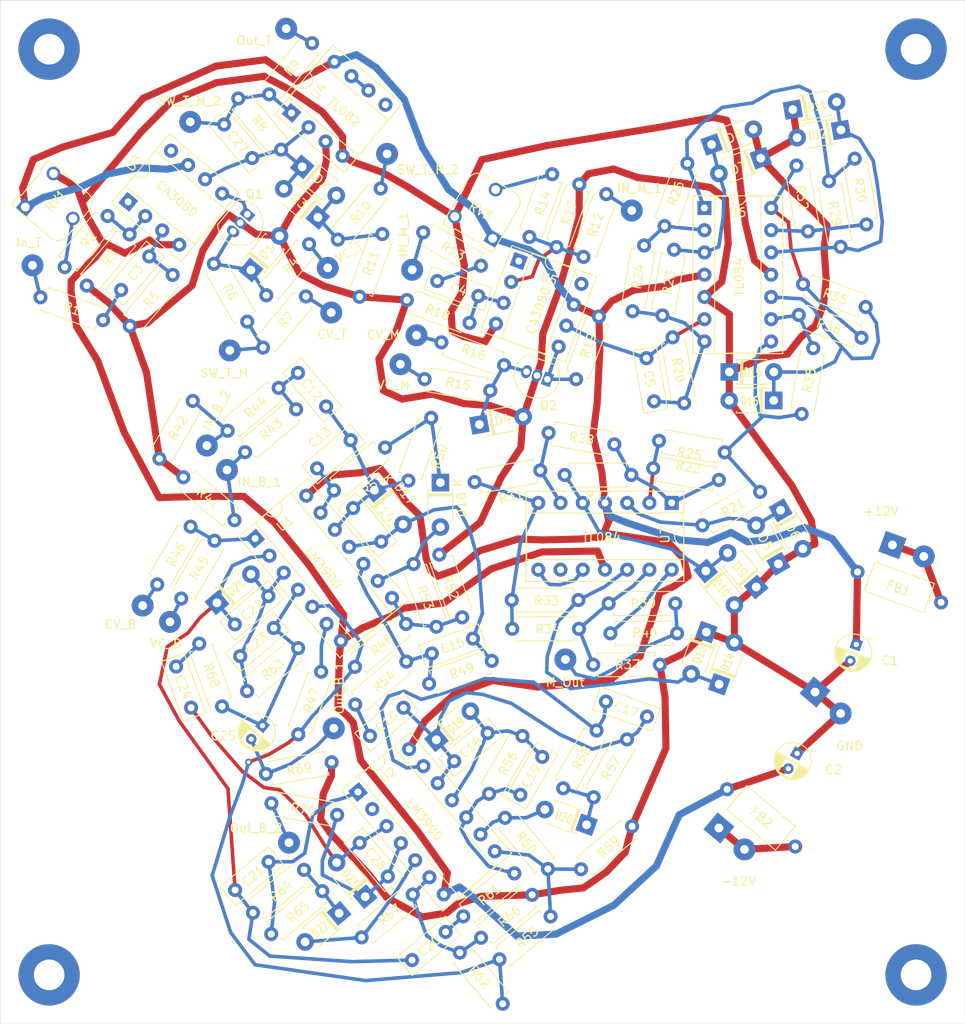
<source format=kicad_pcb>
(kicad_pcb (version 20171130) (host pcbnew "(5.1.2-1)-1")
  (layers (0 F.Cu signal hide) (31 B.Cu signal hide) (34 B.Paste user hide) (35 F.Paste user hide) (36 B.SilkS user) (37 F.SilkS user) (38 B.Mask user) (39 F.Mask user hide) (44 Edge.Cuts user))
  (net 0 "")
  (net 1 +12V)
  (net 2 Earth)
  (net 3 -12V)
  (net 4 "Net-(C3-Pad1)")
  (net 5 "Net-(C3-Pad2)")
  (net 6 "Net-(C4-Pad1)")
  (net 7 "Net-(C4-Pad2)")
  (net 8 "Net-(C5-Pad1)")
  (net 9 "Net-(C5-Pad2)")
  (net 10 "Net-(C12-Pad2)")
  (net 11 "Net-(C12-Pad1)")
  (net 12 "Net-(C13-Pad1)")
  (net 13 "Net-(C14-Pad2)")
  (net 14 "Net-(C15-Pad1)")
  (net 15 "Net-(C16-Pad2)")
  (net 16 "Net-(C16-Pad1)")
  (net 17 "Net-(C17-Pad1)")
  (net 18 "Net-(C18-Pad2)")
  (net 19 "Net-(C19-Pad1)")
  (net 20 "Net-(C20-Pad2)")
  (net 21 "Net-(C20-Pad1)")
  (net 22 "Net-(C21-Pad1)")
  (net 23 "Net-(C22-Pad2)")
  (net 24 "Net-(C23-Pad1)")
  (net 25 "Net-(C24-Pad2)")
  (net 26 "Net-(C24-Pad1)")
  (net 27 "Net-(C25-Pad2)")
  (net 28 "Net-(C26-Pad2)")
  (net 29 "Net-(C27-Pad1)")
  (net 30 "Net-(C27-Pad2)")
  (net 31 "Net-(D1-Pad1)")
  (net 32 "Net-(D2-Pad2)")
  (net 33 "Net-(D4-Pad1)")
  (net 34 "Net-(D5-Pad2)")
  (net 35 "Net-(D7-Pad2)")
  (net 36 "Net-(D10-Pad1)")
  (net 37 "Net-(D11-Pad2)")
  (net 38 "Net-(D13-Pad2)")
  (net 39 "Net-(D15-Pad2)")
  (net 40 "Net-(D18-Pad2)")
  (net 41 "Net-(D18-Pad1)")
  (net 42 "Net-(D20-Pad2)")
  (net 43 "Net-(D20-Pad1)")
  (net 44 "Net-(D22-Pad2)")
  (net 45 "Net-(D22-Pad1)")
  (net 46 "Net-(FB1-Pad1)")
  (net 47 "Net-(FB2-Pad1)")
  (net 48 "Net-(J1-Pad1)")
  (net 49 "Net-(J2-Pad1)")
  (net 50 "Net-(J6-Pad1)")
  (net 51 "Net-(J7-Pad1)")
  (net 52 "Net-(J9-Pad1)")
  (net 53 "Net-(J10-Pad1)")
  (net 54 "Net-(J11-Pad1)")
  (net 55 "Net-(J12-Pad1)")
  (net 56 "Net-(J13-Pad1)")
  (net 57 "Net-(J14-Pad1)")
  (net 58 "Net-(J15-Pad1)")
  (net 59 "Net-(J16-Pad1)")
  (net 60 "Net-(J17-Pad1)")
  (net 61 "Net-(J18-Pad1)")
  (net 62 "Net-(J19-Pad1)")
  (net 63 "Net-(J21-Pad1)")
  (net 64 "Net-(Q1-Pad1)")
  (net 65 "Net-(Q2-Pad1)")
  (net 66 "Net-(R2-Pad2)")
  (net 67 "Net-(R2-Pad1)")
  (net 68 "Net-(R12-Pad2)")
  (net 69 "Net-(R14-Pad1)")
  (net 70 "Net-(R45-Pad1)")
  (net 71 "Net-(R47-Pad1)")
  (net 72 "Net-(R47-Pad2)")
  (net 73 "Net-(R48-Pad2)")
  (net 74 "Net-(R55-Pad2)")
  (net 75 "Net-(R62-Pad2)")
  (net 76 "Net-(U2-Pad2)")
  (net 77 "Net-(U3-Pad1)")
  (net 78 "Net-(U3-Pad8)")
  (net 79 "Net-(U4-Pad6)")
  (net 80 "Net-(U4-Pad5)")
  (net 81 "Net-(U5-Pad1)")
  (net 82 "Net-(U5-Pad8)")
  (net 83 "Net-(R21-Pad1)")
  (net 84 "Net-(R22-Pad2)")
  (net 85 "Net-(R24-Pad2)")
  (net 86 "Net-(R25-Pad2)")
  (net 87 "Net-(R26-Pad2)")
  (net 88 "Net-(R28-Pad1)")
  (net 89 "Net-(R30-Pad1)")
  (net 90 "Net-(R31-Pad2)")
  (net 91 "Net-(R32-Pad2)")
  (net 92 "Net-(R34-Pad2)")
  (net 93 "Net-(R36-Pad2)")
  (net 94 "Net-(R40-Pad1)")
  (net 95 "Net-(U7-Pad10)")
  (net 96 "Net-(U7-Pad9)")
  (module MountingHole:MountingHole_3.5mm_Pad (layer F.Cu) (at 116.84 17.78)
    (fp_text reference REF** hide)
    (fp_text value MountingHole_3.5mm_Pad hide)
    (pad 1 thru_hole circle (at 0 0) (size 7 7) (drill 3.5) (layers *.Cu *.Mask))
  )
  (module MountingHole:MountingHole_3.5mm_Pad (layer F.Cu) (at 116.84 123.444)
    (fp_text reference REF** hide)
    (fp_text value MountingHole_3.5mm_Pad hide)
    (pad 1 thru_hole circle (at 0 0) (size 7 7) (drill 3.5) (layers *.Cu *.Mask))
  )
  (module MountingHole:MountingHole_3.5mm_Pad (layer F.Cu) (at 17.78 123.444)
    (fp_text reference REF** hide)
    (fp_text value MountingHole_3.5mm_Pad hide)
    (pad 1 thru_hole circle (at 0 0) (size 7 7) (drill 3.5) (layers *.Cu *.Mask))
  )
  (module MountingHole:MountingHole_3.5mm_Pad (layer F.Cu) (at 17.78 17.78)
    (fp_text reference REF** hide)
    (fp_text value MountingHole_3.5mm_Pad hide)
    (pad 1 thru_hole circle (at 0 0) (size 7 7) (drill 3.5) (layers *.Cu *.Mask))
  )
  (module Package_DIP:DIP-14_W7.62mm_Socket (layer F.Cu) (at 88.9127 69.5706 270)
    (fp_text reference U7 (at 3.6322 0.7493 90) (layer F.SilkS))
    (fp_text value TL084)
    (pad 14 thru_hole oval (at 7.62 0 270) (size 1.6 1.6) (drill 0.8) (layers *.Cu *.Mask) (net 94 "Net-(R40-Pad1)"))
    (pad 7 thru_hole oval (at 0 15.24 270) (size 1.6 1.6) (drill 0.8) (layers *.Cu *.Mask) (net 90 "Net-(R31-Pad2)"))
    (pad 13 thru_hole oval (at 7.62 2.54 270) (size 1.6 1.6) (drill 0.8) (layers *.Cu *.Mask) (net 92 "Net-(R34-Pad2)"))
    (pad 6 thru_hole oval (at 0 12.7 270) (size 1.6 1.6) (drill 0.8) (layers *.Cu *.Mask) (net 88 "Net-(R28-Pad1)"))
    (pad 12 thru_hole oval (at 7.62 5.08 270) (size 1.6 1.6) (drill 0.8) (layers *.Cu *.Mask) (net 38 "Net-(D13-Pad2)"))
    (pad 5 thru_hole oval (at 0 10.16 270) (size 1.6 1.6) (drill 0.8) (layers *.Cu *.Mask) (net 36 "Net-(D10-Pad1)"))
    (pad 11 thru_hole oval (at 7.62 7.62 270) (size 1.6 1.6) (drill 0.8) (layers *.Cu *.Mask) (net 3 -12V))
    (pad 4 thru_hole oval (at 0 7.62 270) (size 1.6 1.6) (drill 0.8) (layers *.Cu *.Mask) (net 1 +12V))
    (pad 10 thru_hole oval (at 7.62 10.16 270) (size 1.6 1.6) (drill 0.8) (layers *.Cu *.Mask) (net 95 "Net-(U7-Pad10)"))
    (pad 3 thru_hole oval (at 0 5.08 270) (size 1.6 1.6) (drill 0.8) (layers *.Cu *.Mask) (net 34 "Net-(D5-Pad2)"))
    (pad 9 thru_hole oval (at 7.62 12.7 270) (size 1.6 1.6) (drill 0.8) (layers *.Cu *.Mask) (net 96 "Net-(U7-Pad9)"))
    (pad 2 thru_hole oval (at 0 2.54 270) (size 1.6 1.6) (drill 0.8) (layers *.Cu *.Mask) (net 84 "Net-(R22-Pad2)"))
    (pad 8 thru_hole oval (at 7.62 15.24 270) (size 1.6 1.6) (drill 0.8) (layers *.Cu *.Mask) (net 95 "Net-(U7-Pad10)"))
    (pad 1 thru_hole rect (at 0 0 270) (size 1.6 1.6) (drill 0.8) (layers *.Cu *.Mask) (net 86 "Net-(R25-Pad2)"))
  )
  (module Package_DIP:DIP-14_W7.62mm_Socket (layer F.Cu) (at 92.6592 35.9029)
    (fp_text reference U6 (at 3.7846 0.5207) (layer F.SilkS))
    (fp_text value TL084)
    (pad 14 thru_hole oval (at 7.62 0) (size 1.6 1.6) (drill 0.8) (layers *.Cu *.Mask) (net 91 "Net-(R32-Pad2)"))
    (pad 7 thru_hole oval (at 0 15.24) (size 1.6 1.6) (drill 0.8) (layers *.Cu *.Mask) (net 8 "Net-(C5-Pad1)"))
    (pad 13 thru_hole oval (at 7.62 2.54) (size 1.6 1.6) (drill 0.8) (layers *.Cu *.Mask) (net 89 "Net-(R30-Pad1)"))
    (pad 6 thru_hole oval (at 0 12.7) (size 1.6 1.6) (drill 0.8) (layers *.Cu *.Mask) (net 9 "Net-(C5-Pad2)"))
    (pad 12 thru_hole oval (at 7.62 5.08) (size 1.6 1.6) (drill 0.8) (layers *.Cu *.Mask) (net 37 "Net-(D11-Pad2)"))
    (pad 5 thru_hole oval (at 0 10.16) (size 1.6 1.6) (drill 0.8) (layers *.Cu *.Mask) (net 2 Earth))
    (pad 11 thru_hole oval (at 7.62 7.62) (size 1.6 1.6) (drill 0.8) (layers *.Cu *.Mask) (net 3 -12V))
    (pad 4 thru_hole oval (at 0 7.62) (size 1.6 1.6) (drill 0.8) (layers *.Cu *.Mask) (net 1 +12V))
    (pad 10 thru_hole oval (at 7.62 10.16) (size 1.6 1.6) (drill 0.8) (layers *.Cu *.Mask) (net 39 "Net-(D15-Pad2)"))
    (pad 3 thru_hole oval (at 0 5.08) (size 1.6 1.6) (drill 0.8) (layers *.Cu *.Mask) (net 35 "Net-(D7-Pad2)"))
    (pad 9 thru_hole oval (at 7.62 12.7) (size 1.6 1.6) (drill 0.8) (layers *.Cu *.Mask) (net 93 "Net-(R36-Pad2)"))
    (pad 2 thru_hole oval (at 0 2.54) (size 1.6 1.6) (drill 0.8) (layers *.Cu *.Mask) (net 85 "Net-(R24-Pad2)"))
    (pad 8 thru_hole oval (at 7.62 15.24) (size 1.6 1.6) (drill 0.8) (layers *.Cu *.Mask) (net 83 "Net-(R21-Pad1)"))
    (pad 1 thru_hole rect (at 0 0) (size 1.6 1.6) (drill 0.8) (layers *.Cu *.Mask) (net 87 "Net-(R26-Pad2)"))
  )
  (module Capacitor_THT:CP_Radial_D4.0mm_P2.00mm (layer F.Cu) (at 110.005212 85.724831 250)
    (fp_text reference C1 (at 0.430004 -4.240385 180) (layer F.SilkS))
    (fp_text value 10u)
    (pad 1 thru_hole rect (at 0 0 250) (size 1.2 1.2) (drill 0.6) (layers *.Cu *.Mask) (net 1 +12V))
    (pad 2 thru_hole circle (at 2 0 250) (size 1.2 1.2) (drill 0.6) (layers *.Cu *.Mask) (net 2 Earth))
  )
  (module Capacitor_THT:CP_Radial_D4.0mm_P2.00mm (layer F.Cu) (at 103.245035 98.171437 240)
    (fp_text reference C2 (at -0.467677 -4.517566 180) (layer F.SilkS))
    (fp_text value 10u)
    (pad 1 thru_hole rect (at 0 0 240) (size 1.2 1.2) (drill 0.6) (layers *.Cu *.Mask) (net 2 Earth))
    (pad 2 thru_hole circle (at 2 0 240) (size 1.2 1.2) (drill 0.6) (layers *.Cu *.Mask) (net 3 -12V))
  )
  (module Capacitor_THT:C_Rect_L7.0mm_W2.5mm_P5.00mm (layer F.Cu) (at 29.219467 41.436474 230)
    (fp_text reference C3 (at 2.399142 -0.01132 50) (layer F.SilkS))
    (fp_text value 220n)
    (pad 1 thru_hole circle (at 0 0 230) (size 1.6 1.6) (drill 0.8) (layers *.Cu *.Mask) (net 4 "Net-(C3-Pad1)"))
    (pad 2 thru_hole circle (at 5 0 230) (size 1.6 1.6) (drill 0.8) (layers *.Cu *.Mask) (net 5 "Net-(C3-Pad2)"))
  )
  (module Capacitor_THT:C_Rect_L7.0mm_W2.5mm_P5.00mm (layer F.Cu) (at 66.824456 45.954801 160)
    (fp_text reference C4 (at 2.408111 -0.058978 160) (layer F.SilkS))
    (fp_text value 220n)
    (pad 1 thru_hole circle (at 0 0 160) (size 1.6 1.6) (drill 0.8) (layers *.Cu *.Mask) (net 6 "Net-(C4-Pad1)"))
    (pad 2 thru_hole circle (at 5 0 160) (size 1.6 1.6) (drill 0.8) (layers *.Cu *.Mask) (net 7 "Net-(C4-Pad2)"))
  )
  (module Capacitor_THT:C_Rect_L7.0mm_W2.5mm_P5.00mm (layer F.Cu) (at 86.898473 57.974146 100)
    (fp_text reference C5 (at 2.631104 -0.082845 100) (layer F.SilkS))
    (fp_text value 150p)
    (pad 1 thru_hole circle (at 0 0 100) (size 1.6 1.6) (drill 0.8) (layers *.Cu *.Mask) (net 8 "Net-(C5-Pad1)"))
    (pad 2 thru_hole circle (at 5 0 100) (size 1.6 1.6) (drill 0.8) (layers *.Cu *.Mask) (net 9 "Net-(C5-Pad2)"))
  )
  (module Capacitor_THT:C_Rect_L7.0mm_W2.5mm_P5.00mm (layer F.Cu) (at 49.430749 58.559485 130)
    (fp_text reference C12 (at 2.515304 -0.014546 130) (layer F.SilkS))
    (fp_text value 47n)
    (pad 2 thru_hole circle (at 5 0 130) (size 1.6 1.6) (drill 0.8) (layers *.Cu *.Mask) (net 10 "Net-(C12-Pad2)"))
    (pad 1 thru_hole circle (at 0 0 130) (size 1.6 1.6) (drill 0.8) (layers *.Cu *.Mask) (net 11 "Net-(C12-Pad1)"))
  )
  (module Capacitor_THT:C_Rect_L7.0mm_W2.5mm_P5.00mm (layer F.Cu) (at 48.400068 65.630378 40)
    (fp_text reference C13 (at 2.5 -2.5 40) (layer F.SilkS))
    (fp_text value 1u)
    (pad 1 thru_hole circle (at 0 0 40) (size 1.6 1.6) (drill 0.8) (layers *.Cu *.Mask) (net 12 "Net-(C13-Pad1)"))
    (pad 2 thru_hole circle (at 5 0 40) (size 1.6 1.6) (drill 0.8) (layers *.Cu *.Mask) (net 11 "Net-(C12-Pad1)"))
  )
  (module Capacitor_THT:C_Rect_L7.0mm_W2.5mm_P5.00mm (layer F.Cu) (at 52.512766 70.162983 310)
    (fp_text reference C14 (at 2.5 -2.5 130) (layer F.SilkS))
    (fp_text value 47p)
    (pad 2 thru_hole circle (at 5 0 310) (size 1.6 1.6) (drill 0.8) (layers *.Cu *.Mask) (net 13 "Net-(C14-Pad2)"))
    (pad 1 thru_hole circle (at 0 0 310) (size 1.6 1.6) (drill 0.8) (layers *.Cu *.Mask) (net 11 "Net-(C12-Pad1)"))
  )
  (module Capacitor_THT:C_Rect_L7.0mm_W2.5mm_P5.00mm (layer F.Cu) (at 61.508926 86.760787 20)
    (fp_text reference C15 (at 2.531157 -0.018815 20) (layer F.SilkS))
    (fp_text value 30p)
    (pad 2 thru_hole circle (at 5 0 20) (size 1.6 1.6) (drill 0.8) (layers *.Cu *.Mask) (net 13 "Net-(C14-Pad2)"))
    (pad 1 thru_hole circle (at 0 0 20) (size 1.6 1.6) (drill 0.8) (layers *.Cu *.Mask) (net 14 "Net-(C15-Pad1)"))
  )
  (module Capacitor_THT:C_Rect_L7.0mm_W2.5mm_P5.00mm (layer F.Cu) (at 54.445729 96.165141 40)
    (fp_text reference C16 (at 2.5138 -0.013709 40) (layer F.SilkS))
    (fp_text value 47n)
    (pad 2 thru_hole circle (at 5 0 40) (size 1.6 1.6) (drill 0.8) (layers *.Cu *.Mask) (net 15 "Net-(C16-Pad2)"))
    (pad 1 thru_hole circle (at 0 0 40) (size 1.6 1.6) (drill 0.8) (layers *.Cu *.Mask) (net 16 "Net-(C16-Pad1)"))
  )
  (module Capacitor_THT:C_Rect_L7.0mm_W2.5mm_P5.00mm (layer F.Cu) (at 81.401104 92.246701 340)
    (fp_text reference C17 (at 2.492375 0.072424 160) (layer F.SilkS))
    (fp_text value 1u)
    (pad 1 thru_hole circle (at 0 0 340) (size 1.6 1.6) (drill 0.8) (layers *.Cu *.Mask) (net 17 "Net-(C17-Pad1)"))
    (pad 2 thru_hole circle (at 5 0 340) (size 1.6 1.6) (drill 0.8) (layers *.Cu *.Mask) (net 15 "Net-(C16-Pad2)"))
  )
  (module Capacitor_THT:C_Rect_L7.0mm_W2.5mm_P5.00mm (layer F.Cu) (at 64.057324 99.049506 40)
    (fp_text reference C18 (at 2.485419 0.043458 40) (layer F.SilkS))
    (fp_text value 47p)
    (pad 2 thru_hole circle (at 5 0 40) (size 1.6 1.6) (drill 0.8) (layers *.Cu *.Mask) (net 18 "Net-(C18-Pad2)"))
    (pad 1 thru_hole circle (at 0 0 40) (size 1.6 1.6) (drill 0.8) (layers *.Cu *.Mask) (net 15 "Net-(C16-Pad2)"))
  )
  (module Capacitor_THT:C_Rect_L7.0mm_W2.5mm_P5.00mm (layer F.Cu) (at 71.625157 102.888326 60)
    (fp_text reference C19 (at 2.465347 0.017054 60) (layer F.SilkS))
    (fp_text value 30p)
    (pad 1 thru_hole circle (at 0 0 60) (size 1.6 1.6) (drill 0.8) (layers *.Cu *.Mask) (net 19 "Net-(C19-Pad1)"))
    (pad 2 thru_hole circle (at 5 0 60) (size 1.6 1.6) (drill 0.8) (layers *.Cu *.Mask) (net 18 "Net-(C18-Pad2)"))
  )
  (module Capacitor_THT:C_Rect_L7.0mm_W2.5mm_P5.00mm (layer F.Cu) (at 63.080766 118.540894 220)
    (fp_text reference C20 (at 2.475524 -0.046042 40) (layer F.SilkS))
    (fp_text value 47n)
    (pad 2 thru_hole circle (at 5 0 220) (size 1.6 1.6) (drill 0.8) (layers *.Cu *.Mask) (net 20 "Net-(C20-Pad2)"))
    (pad 1 thru_hole circle (at 0 0 220) (size 1.6 1.6) (drill 0.8) (layers *.Cu *.Mask) (net 21 "Net-(C20-Pad1)"))
  )
  (module Capacitor_THT:C_Rect_L7.0mm_W2.5mm_P5.00mm (layer F.Cu) (at 42.858937 110.544579 220)
    (fp_text reference C21 (at 2.392055 -0.109964 40) (layer F.SilkS))
    (fp_text value 1u)
    (pad 1 thru_hole circle (at 0 0 220) (size 1.6 1.6) (drill 0.8) (layers *.Cu *.Mask) (net 22 "Net-(C21-Pad1)"))
    (pad 2 thru_hole circle (at 5 0 220) (size 1.6 1.6) (drill 0.8) (layers *.Cu *.Mask) (net 20 "Net-(C20-Pad2)"))
  )
  (module Capacitor_THT:C_Rect_L7.0mm_W2.5mm_P5.00mm (layer F.Cu) (at 39.0017 83.4263 40)
    (fp_text reference C22 (at 2.544711 0.029774 40) (layer F.SilkS))
    (fp_text value 47p)
    (pad 1 thru_hole circle (at 0 0 40) (size 1.6 1.6) (drill 0.8) (layers *.Cu *.Mask) (net 20 "Net-(C20-Pad2)"))
    (pad 2 thru_hole circle (at 5 0 40) (size 1.6 1.6) (drill 0.8) (layers *.Cu *.Mask) (net 23 "Net-(C22-Pad2)"))
  )
  (module Capacitor_THT:C_Rect_L7.0mm_W2.5mm_P5.00mm (layer F.Cu) (at 43.443623 83.849404 220)
    (fp_text reference C23 (at 2.632708 -0.040368 40) (layer F.SilkS))
    (fp_text value 30p)
    (pad 2 thru_hole circle (at 5 0 220) (size 1.6 1.6) (drill 0.8) (layers *.Cu *.Mask) (net 23 "Net-(C22-Pad2)"))
    (pad 1 thru_hole circle (at 0 0 220) (size 1.6 1.6) (drill 0.8) (layers *.Cu *.Mask) (net 24 "Net-(C23-Pad1)"))
  )
  (module Capacitor_THT:C_Rect_L7.0mm_W2.5mm_P5.00mm (layer F.Cu) (at 32.289806 88.247186 290)
    (fp_text reference C24 (at 2.464548 0.038876 110) (layer F.SilkS))
    (fp_text value 47n)
    (pad 2 thru_hole circle (at 5 0 290) (size 1.6 1.6) (drill 0.8) (layers *.Cu *.Mask) (net 25 "Net-(C24-Pad2)"))
    (pad 1 thru_hole circle (at 0 0 290) (size 1.6 1.6) (drill 0.8) (layers *.Cu *.Mask) (net 26 "Net-(C24-Pad1)"))
  )
  (module Capacitor_THT:CP_Radial_D4.0mm_P2.00mm (layer F.Cu) (at 42.157355 95.000482 230)
    (fp_text reference C25 (at 3.777186 2.69074) (layer F.SilkS))
    (fp_text value 47u)
    (pad 2 thru_hole circle (at 2 0 230) (size 1.2 1.2) (drill 0.6) (layers *.Cu *.Mask) (net 27 "Net-(C25-Pad2)"))
    (pad 1 thru_hole rect (at 0 0 230) (size 1.2 1.2) (drill 0.6) (layers *.Cu *.Mask) (net 24 "Net-(C23-Pad1)"))
  )
  (module Capacitor_THT:C_Rect_L7.0mm_W2.5mm_P5.00mm (layer F.Cu) (at 53.270513 108.381638 310)
    (fp_text reference C26 (at 2.555954 -0.200708 130) (layer F.SilkS))
    (fp_text value 30p)
    (pad 1 thru_hole circle (at 0 0 310) (size 1.6 1.6) (drill 0.8) (layers *.Cu *.Mask) (net 25 "Net-(C24-Pad2)"))
    (pad 2 thru_hole circle (at 5 0 310) (size 1.6 1.6) (drill 0.8) (layers *.Cu *.Mask) (net 28 "Net-(C26-Pad2)"))
  )
  (module Capacitor_THT:C_Rect_L7.0mm_W2.5mm_P5.00mm (layer F.Cu) (at 37.767266 26.378019 310)
    (fp_text reference C27 (at 2.524889 0.092727 130) (layer F.SilkS))
    (fp_text value 47p)
    (pad 1 thru_hole circle (at 0 0 310) (size 1.6 1.6) (drill 0.8) (layers *.Cu *.Mask) (net 29 "Net-(C27-Pad1)"))
    (pad 2 thru_hole circle (at 5 0 310) (size 1.6 1.6) (drill 0.8) (layers *.Cu *.Mask) (net 30 "Net-(C27-Pad2)"))
  )
  (module Diode_THT:D_T-1_P5.08mm_Horizontal (layer F.Cu) (at 40.840642 42.991157 50)
    (fp_text reference D1 (at 2.78682 0.019091 50) (layer F.SilkS))
    (fp_text value D)
    (pad 2 thru_hole oval (at 5.08 0 50) (size 2 2) (drill 1) (layers *.Cu *.Mask) (net 2 Earth))
    (pad 1 thru_hole rect (at 0 0 50) (size 2 2) (drill 1) (layers *.Cu *.Mask) (net 31 "Net-(D1-Pad1)"))
  )
  (module Diode_THT:D_T-1_P5.08mm_Horizontal (layer F.Cu) (at 46.699869 31.207642 320)
    (fp_text reference D2 (at 2.781222 -0.100486 140) (layer F.SilkS))
    (fp_text value D)
    (pad 2 thru_hole oval (at 5.08 0 320) (size 2 2) (drill 1) (layers *.Cu *.Mask) (net 32 "Net-(D2-Pad2)"))
    (pad 1 thru_hole rect (at 0 0 320) (size 2 2) (drill 1) (layers *.Cu *.Mask) (net 30 "Net-(C27-Pad2)"))
  )
  (module Diode_THT:D_T-1_P5.08mm_Horizontal (layer F.Cu) (at 48.485218 36.983025 140)
    (fp_text reference D3 (at 2.843558 0.035274 140) (layer F.SilkS))
    (fp_text value D)
    (pad 2 thru_hole oval (at 5.08 0 140) (size 2 2) (drill 1) (layers *.Cu *.Mask) (net 30 "Net-(C27-Pad2)"))
    (pad 1 thru_hole rect (at 0 0 140) (size 2 2) (drill 1) (layers *.Cu *.Mask) (net 32 "Net-(D2-Pad2)"))
  )
  (module Diode_THT:D_T-1_P5.08mm_Horizontal (layer F.Cu) (at 66.945995 60.62233 10)
    (fp_text reference D4 (at 2.726086 -0.053361 10) (layer F.SilkS))
    (fp_text value D)
    (pad 1 thru_hole rect (at 0 0 10) (size 2 2) (drill 1) (layers *.Cu *.Mask) (net 33 "Net-(D4-Pad1)"))
    (pad 2 thru_hole oval (at 5.08 0 10) (size 2 2) (drill 1) (layers *.Cu *.Mask) (net 2 Earth))
  )
  (module Diode_THT:D_T-1_P5.08mm_Horizontal (layer F.Cu) (at 101.1047 76.5302 120)
    (fp_text reference D5 (at 2.89866 -0.042227 120) (layer F.SilkS))
    (fp_text value D)
    (pad 1 thru_hole rect (at 0 0 120) (size 2 2) (drill 1) (layers *.Cu *.Mask) (net 2 Earth))
    (pad 2 thru_hole oval (at 5.08 0 120) (size 2 2) (drill 1) (layers *.Cu *.Mask) (net 34 "Net-(D5-Pad2)"))
  )
  (module Diode_THT:D_T-1_P5.08mm_Horizontal (layer F.Cu) (at 101.358701 70.4088 300)
    (fp_text reference D6 (at 2.794569 -0.014335 120) (layer F.SilkS))
    (fp_text value D)
    (pad 1 thru_hole rect (at 0 0 300) (size 2 2) (drill 1) (layers *.Cu *.Mask) (net 34 "Net-(D5-Pad2)"))
    (pad 2 thru_hole oval (at 5.08 0 300) (size 2 2) (drill 1) (layers *.Cu *.Mask) (net 2 Earth))
  )
  (module Diode_THT:D_T-1_P5.08mm_Horizontal (layer F.Cu) (at 99.087741 30.226495 200)
    (fp_text reference D7 (at 2.747223 -0.188891 20) (layer F.SilkS))
    (fp_text value D)
    (pad 1 thru_hole rect (at 0 0 200) (size 2 2) (drill 1) (layers *.Cu *.Mask) (net 2 Earth))
    (pad 2 thru_hole oval (at 5.08 0 200) (size 2 2) (drill 1) (layers *.Cu *.Mask) (net 35 "Net-(D7-Pad2)"))
  )
  (module Diode_THT:D_T-1_P5.08mm_Horizontal (layer F.Cu) (at 93.476567 28.660274 20)
    (fp_text reference D8 (at 2.761292 0.049318 20) (layer F.SilkS))
    (fp_text value D)
    (pad 1 thru_hole rect (at 0 0 20) (size 2 2) (drill 1) (layers *.Cu *.Mask) (net 35 "Net-(D7-Pad2)"))
    (pad 2 thru_hole oval (at 5.08 0 20) (size 2 2) (drill 1) (layers *.Cu *.Mask) (net 2 Earth))
  )
  (module Diode_THT:D_T-1_P5.08mm_Horizontal (layer F.Cu) (at 98.574225 79.17053 130)
    (fp_text reference D9 (at 2.722857 -0.16475 130) (layer F.SilkS))
    (fp_text value D)
    (pad 1 thru_hole rect (at 0 0 130) (size 2 2) (drill 1) (layers *.Cu *.Mask) (net 2 Earth))
    (pad 2 thru_hole oval (at 5.08 0 130) (size 2 2) (drill 1) (layers *.Cu *.Mask) (net 36 "Net-(D10-Pad1)"))
  )
  (module Diode_THT:D_T-1_P5.08mm_Horizontal (layer F.Cu) (at 92.811701 77.341231 310)
    (fp_text reference D10 (at 2.694507 -0.126237 130) (layer F.SilkS) (effects (font (size 1 0.7))))
    (fp_text value D)
    (pad 2 thru_hole oval (at 5.08 0 310) (size 2 2) (drill 1) (layers *.Cu *.Mask) (net 2 Earth))
    (pad 1 thru_hole rect (at 0 0 310) (size 2 2) (drill 1) (layers *.Cu *.Mask) (net 36 "Net-(D10-Pad1)"))
  )
  (module Diode_THT:D_T-1_P5.08mm_Horizontal (layer F.Cu) (at 102.7557 24.6761 10)
    (fp_text reference D11 (at 2.811822 0.070235 10) (layer F.SilkS) (effects (font (size 1 0.7))))
    (fp_text value D)
    (pad 1 thru_hole rect (at 0 0 10) (size 2 2) (drill 1) (layers *.Cu *.Mask) (net 2 Earth))
    (pad 2 thru_hole oval (at 5.08 0 10) (size 2 2) (drill 1) (layers *.Cu *.Mask) (net 37 "Net-(D11-Pad2)"))
  )
  (module Diode_THT:D_T-1_P5.08mm_Horizontal (layer F.Cu) (at 108.2548 27.0002 190)
    (fp_text reference D12 (at 2.748531 -0.08278 10) (layer F.SilkS) (effects (font (size 1 0.7))))
    (fp_text value D)
    (pad 2 thru_hole oval (at 5.08 0 190) (size 2 2) (drill 1) (layers *.Cu *.Mask) (net 2 Earth))
    (pad 1 thru_hole rect (at 0 0 190) (size 2 2) (drill 1) (layers *.Cu *.Mask) (net 37 "Net-(D11-Pad2)"))
  )
  (module Diode_THT:D_T-1_P5.08mm_Horizontal (layer F.Cu) (at 92.874659 84.31736 250)
    (fp_text reference D13 (at 2.709366 -0.162179 70) (layer F.SilkS) (effects (font (size 1 0.7))))
    (fp_text value D)
    (pad 1 thru_hole rect (at 0 0 250) (size 2 2) (drill 1) (layers *.Cu *.Mask) (net 2 Earth))
    (pad 2 thru_hole oval (at 5.08 0 250) (size 2 2) (drill 1) (layers *.Cu *.Mask) (net 38 "Net-(D13-Pad2)"))
  )
  (module Diode_THT:D_T-1_P5.08mm_Horizontal (layer F.Cu) (at 94.338279 90.273869 70)
    (fp_text reference D14 (at 2.72684 0.058835 70) (layer F.SilkS) (effects (font (size 1 0.7))))
    (fp_text value D)
    (pad 1 thru_hole rect (at 0 0 70) (size 2 2) (drill 1) (layers *.Cu *.Mask) (net 38 "Net-(D13-Pad2)"))
    (pad 2 thru_hole oval (at 5.08 0 70) (size 2 2) (drill 1) (layers *.Cu *.Mask) (net 2 Earth))
  )
  (module Diode_THT:D_T-1_P5.08mm_Horizontal (layer F.Cu) (at 95.504 54.6227)
    (fp_text reference D15 (at 2.667 0.0889) (layer F.SilkS) (effects (font (size 1 0.7))))
    (fp_text value D)
    (pad 2 thru_hole oval (at 5.08 0) (size 2 2) (drill 1) (layers *.Cu *.Mask) (net 39 "Net-(D15-Pad2)"))
    (pad 1 thru_hole rect (at 0 0) (size 2 2) (drill 1) (layers *.Cu *.Mask) (net 2 Earth))
  )
  (module Diode_THT:D_T-1_P5.08mm_Horizontal (layer F.Cu) (at 100.5713 57.8739 180)
    (fp_text reference D16 (at 2.7559 -0.1143) (layer F.SilkS) (effects (font (size 1 0.7))))
    (fp_text value D)
    (pad 1 thru_hole rect (at 0 0 180) (size 2 2) (drill 1) (layers *.Cu *.Mask) (net 39 "Net-(D15-Pad2)"))
    (pad 2 thru_hole oval (at 5.08 0 180) (size 2 2) (drill 1) (layers *.Cu *.Mask) (net 2 Earth))
  )
  (module Diode_THT:D_T-1_P5.08mm_Horizontal (layer F.Cu) (at 54.956352 68.121595 310)
    (fp_text reference D17 (at 2.54 -2.42 130) (layer F.SilkS))
    (fp_text value D)
    (fp_text user K (at 0 -2 130) (layer F.SilkS))
    (pad 2 thru_hole oval (at 5.08 0 310) (size 2 2) (drill 1) (layers *.Cu *.Mask) (net 13 "Net-(C14-Pad2)"))
    (pad 1 thru_hole rect (at 0 0 310) (size 2 2) (drill 1) (layers *.Cu *.Mask) (net 11 "Net-(C12-Pad1)"))
  )
  (module Diode_THT:D_T-1_P5.08mm_Horizontal (layer F.Cu) (at 62.488492 67.248446 270)
    (fp_text reference D18 (at 2.54 -2.42 90) (layer F.SilkS))
    (fp_text value D)
    (fp_text user K (at 0 -2 90) (layer F.SilkS))
    (pad 2 thru_hole oval (at 5.08 0 270) (size 2 2) (drill 1) (layers *.Cu *.Mask) (net 40 "Net-(D18-Pad2)"))
    (pad 1 thru_hole rect (at 0 0 270) (size 2 2) (drill 1) (layers *.Cu *.Mask) (net 41 "Net-(D18-Pad1)"))
  )
  (module Diode_THT:D_T-1_P5.08mm_Horizontal (layer F.Cu) (at 62.026202 96.60915 40)
    (fp_text reference D19 (at 2.76283 0.146157 40) (layer F.SilkS) (effects (font (size 1 0.7))))
    (fp_text value D)
    (pad 1 thru_hole rect (at 0 0 40) (size 2 2) (drill 1) (layers *.Cu *.Mask) (net 15 "Net-(C16-Pad2)"))
    (pad 2 thru_hole oval (at 5.08 0 40) (size 2 2) (drill 1) (layers *.Cu *.Mask) (net 18 "Net-(C18-Pad2)"))
  )
  (module Diode_THT:D_T-1_P5.08mm_Horizontal (layer F.Cu) (at 79.19141 106.310204 160)
    (fp_text reference D20 (at 2.743496 -0.094634 160) (layer F.SilkS) (effects (font (size 1 0.7))))
    (fp_text value D)
    (pad 2 thru_hole oval (at 5.08 0 160) (size 2 2) (drill 1) (layers *.Cu *.Mask) (net 42 "Net-(D20-Pad2)"))
    (pad 1 thru_hole rect (at 0 0 160) (size 2 2) (drill 1) (layers *.Cu *.Mask) (net 43 "Net-(D20-Pad1)"))
  )
  (module Diode_THT:D_T-1_P5.08mm_Horizontal (layer F.Cu) (at 36.954007 80.974495 40)
    (fp_text reference D21 (at 2.78541 0.083457 40) (layer F.SilkS) (effects (font (size 1 0.7))))
    (fp_text value D)
    (pad 1 thru_hole rect (at 0 0 40) (size 2 2) (drill 1) (layers *.Cu *.Mask) (net 20 "Net-(C20-Pad2)"))
    (pad 2 thru_hole oval (at 5.08 0 40) (size 2 2) (drill 1) (layers *.Cu *.Mask) (net 23 "Net-(C22-Pad2)"))
  )
  (module Diode_THT:D_T-1_P5.08mm_Horizontal (layer F.Cu) (at 50.918186 116.415015 220)
    (fp_text reference D22 (at 2.834614 -0.033066 40) (layer F.SilkS) (effects (font (size 1 0.7))))
    (fp_text value D)
    (pad 2 thru_hole oval (at 5.08 0 220) (size 2 2) (drill 1) (layers *.Cu *.Mask) (net 44 "Net-(D22-Pad2)"))
    (pad 1 thru_hole rect (at 0 0 220) (size 2 2) (drill 1) (layers *.Cu *.Mask) (net 45 "Net-(D22-Pad1)"))
  )
  (module Diode_THT:D_T-1_P5.08mm_Horizontal (layer F.Cu) (at 53.894857 114.517633 130)
    (fp_text reference D23 (at 2.730589 0.008526 130) (layer F.SilkS) (effects (font (size 1 0.7))))
    (fp_text value 4v3)
    (pad 2 thru_hole oval (at 5.08 0 130) (size 2 2) (drill 1) (layers *.Cu *.Mask) (net 25 "Net-(C24-Pad2)"))
    (pad 1 thru_hole rect (at 0 0 130) (size 2 2) (drill 1) (layers *.Cu *.Mask) (net 28 "Net-(C26-Pad2)"))
  )
  (module Inductor_THT:L_Axial_L7.0mm_D3.3mm_P10.16mm_Horizontal_Fastron_MICC (layer F.Cu) (at 119.698153 80.927498 160)
    (fp_text reference FB1 (at 5.143601 -0.165924 160) (layer F.SilkS))
    (fp_text value Ferrite)
    (pad 1 thru_hole circle (at 0 0 160) (size 1.6 1.6) (drill 0.8) (layers *.Cu *.Mask) (net 46 "Net-(FB1-Pad1)"))
    (pad 2 thru_hole oval (at 10.16 0 160) (size 1.6 1.6) (drill 0.8) (layers *.Cu *.Mask) (net 1 +12V))
  )
  (module Inductor_THT:L_Axial_L7.0mm_D3.3mm_P10.16mm_Horizontal_Fastron_MICC (layer F.Cu) (at 103.025797 108.790379 140)
    (fp_text reference FB2 (at 5.100359 0.066748 140) (layer F.SilkS))
    (fp_text value Ferrite)
    (pad 2 thru_hole oval (at 10.16 0 140) (size 1.6 1.6) (drill 0.8) (layers *.Cu *.Mask) (net 3 -12V))
    (pad 1 thru_hole circle (at 0 0 140) (size 1.6 1.6) (drill 0.8) (layers *.Cu *.Mask) (net 47 "Net-(FB2-Pad1)"))
  )
  (module Connector_Wire:SolderWirePad_1x01_Drill1mm (layer F.Cu) (at 15.884694 42.451658)
    (fp_text reference J1 hide)
    (fp_text value In_T)
    (pad 1 thru_hole circle (at 0 0) (size 2.49936 2.49936) (drill 1.00076) (layers *.Cu *.Mask) (net 48 "Net-(J1-Pad1)"))
  )
  (module Connector_Wire:SolderWirePad_1x01_Drill1mm (layer F.Cu) (at 50.012782 47.842896 50)
    (fp_text reference J2 hide)
    (fp_text value CV)
    (pad 1 thru_hole circle (at 0 0 50) (size 2.49936 2.49936) (drill 1.00076) (layers *.Cu *.Mask) (net 49 "Net-(J2-Pad1)"))
  )
  (module Connector_Wire:SolderWirePad_1x02_P3.81mm_Drill1mm (layer F.Cu) (at 114.136029 74.375506 340)
    (fp_text reference J3 hide)
    (fp_text value +12V_Conn)
    (pad 2 thru_hole circle (at 3.81 0 340) (size 2.49936 2.49936) (drill 1.00076) (layers *.Cu *.Mask) (net 46 "Net-(FB1-Pad1)"))
    (pad 1 thru_hole rect (at 0 0 340) (size 2.49936 2.49936) (drill 1.00076) (layers *.Cu *.Mask) (net 46 "Net-(FB1-Pad1)"))
  )
  (module Connector_Wire:SolderWirePad_1x02_P3.81mm_Drill1mm (layer F.Cu) (at 105.296731 91.16055 320)
    (fp_text reference J4 hide)
    (fp_text value GND_Conn)
    (pad 1 thru_hole rect (at 0 0 320) (size 2.49936 2.49936) (drill 1.00076) (layers *.Cu *.Mask) (net 2 Earth))
    (pad 2 thru_hole circle (at 3.81 0 320) (size 2.49936 2.49936) (drill 1.00076) (layers *.Cu *.Mask) (net 2 Earth))
  )
  (module Connector_Wire:SolderWirePad_1x02_P3.81mm_Drill1mm (layer F.Cu) (at 94.310524 106.677641 320)
    (fp_text reference J5 hide)
    (fp_text value -12V_Conn)
    (pad 1 thru_hole rect (at 0 0 320) (size 2.49936 2.49936) (drill 1.00076) (layers *.Cu *.Mask) (net 47 "Net-(FB2-Pad1)"))
    (pad 2 thru_hole circle (at 3.81 0 320) (size 2.49936 2.49936) (drill 1.00076) (layers *.Cu *.Mask) (net 47 "Net-(FB2-Pad1)"))
  )
  (module Connector_Wire:SolderWirePad_1x01_Drill1mm (layer F.Cu) (at 49.616326 42.743352 50)
    (fp_text reference J6 hide)
    (fp_text value VC_T)
    (pad 1 thru_hole circle (at 0 0 50) (size 2.49936 2.49936) (drill 1.00076) (layers *.Cu *.Mask) (net 50 "Net-(J6-Pad1)"))
  )
  (module Connector_Wire:SolderWirePad_1x01_Drill1mm (layer F.Cu) (at 38.423721 52.16909 350)
    (fp_text reference J7 hide)
    (fp_text value SW_T_M)
    (pad 1 thru_hole circle (at 0 0 350) (size 2.49936 2.49936) (drill 1.00076) (layers *.Cu *.Mask) (net 51 "Net-(J7-Pad1)"))
  )
  (module Connector_Wire:SolderWirePad_1x01_Drill1mm (layer F.Cu) (at 33.902287 26.081859 70)
    (fp_text reference J8 hide)
    (fp_text value SW_T_M_2)
    (pad 1 thru_hole circle (at 0 0 70) (size 2.49936 2.49936) (drill 1.00076) (layers *.Cu *.Mask) (net 29 "Net-(C27-Pad1)"))
  )
  (module Connector_Wire:SolderWirePad_1x01_Drill1mm (layer F.Cu) (at 44.868846 15.44095 50)
    (fp_text reference J9 hide)
    (fp_text value Out_T)
    (pad 1 thru_hole circle (at 0 0 50) (size 2.49936 2.49936) (drill 1.00076) (layers *.Cu *.Mask) (net 52 "Net-(J9-Pad1)"))
  )
  (module Connector_Wire:SolderWirePad_1x01_Drill1mm (layer F.Cu) (at 56.396124 29.733962 50)
    (fp_text reference J10 hide)
    (fp_text value SW_T_R_2)
    (pad 1 thru_hole circle (at 0 0 50) (size 2.49936 2.49936) (drill 1.00076) (layers *.Cu *.Mask) (net 53 "Net-(J10-Pad1)"))
  )
  (module Connector_Wire:SolderWirePad_1x01_Drill1mm (layer F.Cu) (at 59.759561 50.43825 340)
    (fp_text reference J11 hide)
    (fp_text value CV_M)
    (pad 1 thru_hole circle (at 0 0 340) (size 2.49936 2.49936) (drill 1.00076) (layers *.Cu *.Mask) (net 54 "Net-(J11-Pad1)"))
  )
  (module Connector_Wire:SolderWirePad_1x01_Drill1mm (layer F.Cu) (at 84.350637 36.19683 340)
    (fp_text reference J12 hide)
    (fp_text value IN_M_1)
    (pad 1 thru_hole circle (at 0 0 340) (size 2.49936 2.49936) (drill 1.00076) (layers *.Cu *.Mask) (net 55 "Net-(J12-Pad1)"))
  )
  (module Connector_Wire:SolderWirePad_1x01_Drill1mm (layer F.Cu) (at 59.26482 42.960047 340)
    (fp_text reference J13 hide)
    (fp_text value IN_M_1)
    (pad 1 thru_hole circle (at 0 0 340) (size 2.49936 2.49936) (drill 1.00076) (layers *.Cu *.Mask) (net 56 "Net-(J13-Pad1)"))
  )
  (module Connector_Wire:SolderWirePad_1x01_Drill1mm (layer F.Cu) (at 57.921624 53.742722 340)
    (fp_text reference J14 hide)
    (fp_text value VC_M)
    (pad 1 thru_hole circle (at 0 0 340) (size 2.49936 2.49936) (drill 1.00076) (layers *.Cu *.Mask) (net 57 "Net-(J14-Pad1)"))
  )
  (module Connector_Wire:SolderWirePad_1x01_Drill1mm (layer F.Cu) (at 76.7715 87.4395)
    (fp_text reference J15 hide)
    (fp_text value M_Out)
    (pad 1 thru_hole circle (at 0 0) (size 2.49936 2.49936) (drill 1.00076) (layers *.Cu *.Mask) (net 58 "Net-(J15-Pad1)"))
  )
  (module Connector_Wire:SolderWirePad_1x01_Drill1mm (layer F.Cu) (at 28.464037 81.29056 60)
    (fp_text reference J16 hide)
    (fp_text value CV_B)
    (pad 1 thru_hole circle (at 0 0 60) (size 2.49936 2.49936) (drill 1.00076) (layers *.Cu *.Mask) (net 59 "Net-(J16-Pad1)"))
  )
  (module Connector_Wire:SolderWirePad_1x01_Drill1mm (layer F.Cu) (at 38.105324 65.807946 40)
    (fp_text reference J17 hide)
    (fp_text value In_B_1)
    (pad 1 thru_hole circle (at 0 0 40) (size 2.49936 2.49936) (drill 1.00076) (layers *.Cu *.Mask) (net 60 "Net-(J17-Pad1)"))
  )
  (module Connector_Wire:SolderWirePad_1x01_Drill1mm (layer F.Cu) (at 35.798211 63.01892 40)
    (fp_text reference J18 hide)
    (fp_text value In_B_2)
    (pad 1 thru_hole circle (at 0 0 40) (size 2.49936 2.49936) (drill 1.00076) (layers *.Cu *.Mask) (net 61 "Net-(J18-Pad1)"))
  )
  (module Connector_Wire:SolderWirePad_1x01_Drill1mm (layer F.Cu) (at 31.591329 83.15119 60)
    (fp_text reference J19 hide)
    (fp_text value VC_B)
    (pad 1 thru_hole circle (at 0 0 60) (size 2.49936 2.49936) (drill 1.00076) (layers *.Cu *.Mask) (net 62 "Net-(J19-Pad1)"))
  )
  (module Connector_Wire:SolderWirePad_1x01_Drill1mm (layer F.Cu) (at 50.3059 95.296579 70)
    (fp_text reference J20 hide)
    (fp_text value Out_B_1)
    (pad 1 thru_hole circle (at 0 0 70) (size 2.49936 2.49936) (drill 1.00076) (layers *.Cu *.Mask) (net 27 "Net-(C25-Pad2)"))
  )
  (module Connector_Wire:SolderWirePad_1x01_Drill1mm (layer F.Cu) (at 45.189326 108.35461 40)
    (fp_text reference J21 hide)
    (fp_text value Out_B_2)
    (pad 1 thru_hole circle (at 0 0 40) (size 2.49936 2.49936) (drill 1.00076) (layers *.Cu *.Mask) (net 63 "Net-(J21-Pad1)"))
  )
  (module Package_TO_SOT_THT:TO-92_Inline (layer F.Cu) (at 40.432155 36.625576 230)
    (fp_text reference Q1 (at -2.259357 0.861884) (layer F.SilkS))
    (fp_text value BC557)
    (pad 1 thru_hole rect (at 0 0 230) (size 1.05 1.5) (drill 0.75) (layers *.Cu *.Mask) (net 64 "Net-(Q1-Pad1)"))
    (pad 3 thru_hole oval (at 2.54 0 230) (size 1.05 1.5) (drill 0.75) (layers *.Cu *.Mask) (net 31 "Net-(D1-Pad1)"))
    (pad 2 thru_hole oval (at 1.27 0 230) (size 1.05 1.5) (drill 0.75) (layers *.Cu *.Mask) (net 2 Earth))
  )
  (module Package_TO_SOT_THT:TO-92_Inline (layer F.Cu) (at 74.716362 55.463113 160)
    (fp_text reference Q2 (at -1.125284 -2.764114 180) (layer F.SilkS))
    (fp_text value BC557)
    (pad 2 thru_hole oval (at 1.27 0 160) (size 1.05 1.5) (drill 0.75) (layers *.Cu *.Mask) (net 2 Earth))
    (pad 3 thru_hole oval (at 2.54 0 160) (size 1.05 1.5) (drill 0.75) (layers *.Cu *.Mask) (net 33 "Net-(D4-Pad1)"))
    (pad 1 thru_hole rect (at 0 0 160) (size 1.05 1.5) (drill 0.75) (layers *.Cu *.Mask) (net 65 "Net-(Q2-Pad1)"))
  )
  (module Resistor_THT:R_Axial_DIN0207_L6.3mm_D2.5mm_P7.62mm_Horizontal (layer F.Cu) (at 23.946174 48.707759 160)
    (fp_text reference R1 (at 3.808264 0.009424 160) (layer F.SilkS))
    (fp_text value 100k)
    (pad 1 thru_hole circle (at 0 0 160) (size 1.6 1.6) (drill 0.8) (layers *.Cu *.Mask) (net 5 "Net-(C3-Pad2)"))
    (pad 2 thru_hole oval (at 7.62 0 160) (size 1.6 1.6) (drill 0.8) (layers *.Cu *.Mask) (net 48 "Net-(J1-Pad1)"))
  )
  (module Resistor_THT:R_Axial_DIN0207_L6.3mm_D2.5mm_P7.62mm_Horizontal (layer F.Cu) (at 24.456974 36.817803 230)
    (fp_text reference R2 (at 3.477004 -0.10339 50) (layer F.SilkS))
    (fp_text value 3M3)
    (pad 2 thru_hole oval (at 7.62 0 230) (size 1.6 1.6) (drill 0.8) (layers *.Cu *.Mask) (net 66 "Net-(R2-Pad2)"))
    (pad 1 thru_hole circle (at 0 0 230) (size 1.6 1.6) (drill 0.8) (layers *.Cu *.Mask) (net 67 "Net-(R2-Pad1)"))
  )
  (module Resistor_THT:R_Axial_DIN0207_L6.3mm_D2.5mm_P7.62mm_Horizontal (layer F.Cu) (at 26.981385 38.926365 230)
    (fp_text reference R3 (at 3.532013 -0.037269 50) (layer F.SilkS))
    (fp_text value 1k5)
    (pad 1 thru_hole circle (at 0 0 230) (size 1.6 1.6) (drill 0.8) (layers *.Cu *.Mask) (net 67 "Net-(R2-Pad1)"))
    (pad 2 thru_hole oval (at 7.62 0 230) (size 1.6 1.6) (drill 0.8) (layers *.Cu *.Mask) (net 2 Earth))
  )
  (module Resistor_THT:R_Axial_DIN0207_L6.3mm_D2.5mm_P7.62mm_Horizontal (layer F.Cu) (at 42.590565 45.868153 50)
    (fp_text reference R4 (at 4.400238 -0.004939 50) (layer F.SilkS))
    (fp_text value 330k)
    (pad 2 thru_hole oval (at 7.62 0 50) (size 1.6 1.6) (drill 0.8) (layers *.Cu *.Mask) (net 50 "Net-(J6-Pad1)"))
    (pad 1 thru_hole circle (at 0 0 50) (size 1.6 1.6) (drill 0.8) (layers *.Cu *.Mask) (net 31 "Net-(D1-Pad1)"))
  )
  (module Resistor_THT:R_Axial_DIN0207_L6.3mm_D2.5mm_P7.62mm_Horizontal (layer F.Cu) (at 27.001828 49.379579 50)
    (fp_text reference R5 (at 3.9354 -0.054898 50) (layer F.SilkS))
    (fp_text value 1k5)
    (pad 2 thru_hole oval (at 7.62 0 50) (size 1.6 1.6) (drill 0.8) (layers *.Cu *.Mask) (net 4 "Net-(C3-Pad1)"))
    (pad 1 thru_hole circle (at 0 0 50) (size 1.6 1.6) (drill 0.8) (layers *.Cu *.Mask) (net 2 Earth))
  )
  (module Resistor_THT:R_Axial_DIN0207_L6.3mm_D2.5mm_P7.62mm_Horizontal (layer F.Cu) (at 40.414873 48.876509 120)
    (fp_text reference R6 (at 3.898527 0.017771 120) (layer F.SilkS))
    (fp_text value 22k)
    (pad 1 thru_hole circle (at 0 0 120) (size 1.6 1.6) (drill 0.8) (layers *.Cu *.Mask) (net 51 "Net-(J7-Pad1)"))
    (pad 2 thru_hole oval (at 7.62 0 120) (size 1.6 1.6) (drill 0.8) (layers *.Cu *.Mask) (net 31 "Net-(D1-Pad1)"))
  )
  (module Resistor_THT:R_Axial_DIN0207_L6.3mm_D2.5mm_P7.62mm_Horizontal (layer F.Cu) (at 42.223414 51.840289 50)
    (fp_text reference R7 (at 4.140118 -0.003695 50) (layer F.SilkS))
    (fp_text value 330k)
    (pad 2 thru_hole oval (at 7.62 0 50) (size 1.6 1.6) (drill 0.8) (layers *.Cu *.Mask) (net 49 "Net-(J2-Pad1)"))
    (pad 1 thru_hole circle (at 0 0 50) (size 1.6 1.6) (drill 0.8) (layers *.Cu *.Mask) (net 51 "Net-(J7-Pad1)"))
  )
  (module Resistor_THT:R_Axial_DIN0207_L6.3mm_D2.5mm_P7.62mm_Horizontal (layer F.Cu) (at 39.389602 23.408886 310)
    (fp_text reference R8 (at 3.741611 -0.017932 130) (layer F.SilkS))
    (fp_text value 330k)
    (pad 1 thru_hole circle (at 0 0 310) (size 1.6 1.6) (drill 0.8) (layers *.Cu *.Mask) (net 29 "Net-(C27-Pad1)"))
    (pad 2 thru_hole oval (at 7.62 0 310) (size 1.6 1.6) (drill 0.8) (layers *.Cu *.Mask) (net 30 "Net-(C27-Pad2)"))
  )
  (module Resistor_THT:R_Axial_DIN0207_L6.3mm_D2.5mm_P7.62mm_Horizontal (layer F.Cu) (at 47.822797 17.095841 230)
    (fp_text reference R9 (at 3.591815 -0.103097 50) (layer F.SilkS))
    (fp_text value 1k)
    (pad 1 thru_hole circle (at 0 0 230) (size 1.6 1.6) (drill 0.8) (layers *.Cu *.Mask) (net 52 "Net-(J9-Pad1)"))
    (pad 2 thru_hole oval (at 7.62 0 230) (size 1.6 1.6) (drill 0.8) (layers *.Cu *.Mask) (net 29 "Net-(C27-Pad1)"))
  )
  (module Resistor_THT:R_Axial_DIN0207_L6.3mm_D2.5mm_P7.62mm_Horizontal (layer F.Cu) (at 50.76551 39.513952 50)
    (fp_text reference R10 (at 4.074308 0.008322 50) (layer F.SilkS))
    (fp_text value 10k)
    (pad 2 thru_hole oval (at 7.62 0 50) (size 1.6 1.6) (drill 0.8) (layers *.Cu *.Mask) (net 53 "Net-(J10-Pad1)"))
    (pad 1 thru_hole circle (at 0 0 50) (size 1.6 1.6) (drill 0.8) (layers *.Cu *.Mask) (net 32 "Net-(D2-Pad2)"))
  )
  (module Resistor_THT:R_Axial_DIN0207_L6.3mm_D2.5mm_P7.62mm_Horizontal (layer F.Cu) (at 53.249993 46.042955 70)
    (fp_text reference R11 (at 4.053751 -0.055186 70) (layer F.SilkS))
    (fp_text value 3k3)
    (pad 1 thru_hole circle (at 0 0 70) (size 1.6 1.6) (drill 0.8) (layers *.Cu *.Mask) (net 2 Earth))
    (pad 2 thru_hole oval (at 7.62 0 70) (size 1.6 1.6) (drill 0.8) (layers *.Cu *.Mask) (net 32 "Net-(D2-Pad2)"))
  )
  (module Resistor_THT:R_Axial_DIN0207_L6.3mm_D2.5mm_P7.62mm_Horizontal (layer F.Cu) (at 81.436787 34.325372 250)
    (fp_text reference R12 (at 3.702931 -0.045643 70) (layer F.SilkS))
    (fp_text value 100k)
    (pad 2 thru_hole oval (at 7.62 0 250) (size 1.6 1.6) (drill 0.8) (layers *.Cu *.Mask) (net 68 "Net-(R12-Pad2)"))
    (pad 1 thru_hole circle (at 0 0 250) (size 1.6 1.6) (drill 0.8) (layers *.Cu *.Mask) (net 55 "Net-(J12-Pad1)"))
  )
  (module Resistor_THT:R_Axial_DIN0207_L6.3mm_D2.5mm_P7.62mm_Horizontal (layer F.Cu) (at 60.52255 38.687554 330)
    (fp_text reference R13 (at 4.01762 0.140222 150) (layer F.SilkS))
    (fp_text value 100k)
    (pad 1 thru_hole circle (at 0 0 330) (size 1.6 1.6) (drill 0.8) (layers *.Cu *.Mask) (net 56 "Net-(J13-Pad1)"))
    (pad 2 thru_hole oval (at 7.62 0 330) (size 1.6 1.6) (drill 0.8) (layers *.Cu *.Mask) (net 7 "Net-(C4-Pad2)"))
  )
  (module Resistor_THT:R_Axial_DIN0207_L6.3mm_D2.5mm_P7.62mm_Horizontal (layer F.Cu) (at 75.263612 32.05149 250)
    (fp_text reference R14 (at 3.48719 -0.157368 70) (layer F.SilkS))
    (fp_text value 3M3)
    (pad 2 thru_hole oval (at 7.62 0 250) (size 1.6 1.6) (drill 0.8) (layers *.Cu *.Mask) (net 68 "Net-(R12-Pad2)"))
    (pad 1 thru_hole circle (at 0 0 250) (size 1.6 1.6) (drill 0.8) (layers *.Cu *.Mask) (net 69 "Net-(R14-Pad1)"))
  )
  (module Resistor_THT:R_Axial_DIN0207_L6.3mm_D2.5mm_P7.62mm_Horizontal (layer F.Cu) (at 60.683621 55.437275 350)
    (fp_text reference R15 (at 3.893692 -0.133841 170) (layer F.SilkS))
    (fp_text value 47k)
    (pad 1 thru_hole circle (at 0 0 350) (size 1.6 1.6) (drill 0.8) (layers *.Cu *.Mask) (net 57 "Net-(J14-Pad1)"))
    (pad 2 thru_hole oval (at 7.62 0 350) (size 1.6 1.6) (drill 0.8) (layers *.Cu *.Mask) (net 33 "Net-(D4-Pad1)"))
  )
  (module Resistor_THT:R_Axial_DIN0207_L6.3mm_D2.5mm_P7.62mm_Horizontal (layer F.Cu) (at 62.602113 51.243098 340)
    (fp_text reference R16 (at 3.832436 -0.19056 160) (layer F.SilkS))
    (fp_text value 15k)
    (pad 2 thru_hole oval (at 7.62 0 340) (size 1.6 1.6) (drill 0.8) (layers *.Cu *.Mask) (net 33 "Net-(D4-Pad1)"))
    (pad 1 thru_hole circle (at 0 0 340) (size 1.6 1.6) (drill 0.8) (layers *.Cu *.Mask) (net 54 "Net-(J11-Pad1)"))
  )
  (module Resistor_THT:R_Axial_DIN0207_L6.3mm_D2.5mm_P7.62mm_Horizontal (layer F.Cu) (at 75.751597 40.365166 70)
    (fp_text reference R17 (at 4.180848 0.036681 70) (layer F.SilkS))
    (fp_text value 1k5)
    (pad 1 thru_hole circle (at 0 0 70) (size 1.6 1.6) (drill 0.8) (layers *.Cu *.Mask) (net 68 "Net-(R12-Pad2)"))
    (pad 2 thru_hole oval (at 7.62 0 70) (size 1.6 1.6) (drill 0.8) (layers *.Cu *.Mask) (net 2 Earth))
  )
  (module Resistor_THT:R_Axial_DIN0207_L6.3mm_D2.5mm_P7.62mm_Horizontal (layer F.Cu) (at 65.816641 49.02081 160)
    (fp_text reference R18 (at 3.825973 -0.123391 160) (layer F.SilkS))
    (fp_text value 1k5)
    (pad 2 thru_hole oval (at 7.62 0 160) (size 1.6 1.6) (drill 0.8) (layers *.Cu *.Mask) (net 2 Earth))
    (pad 1 thru_hole circle (at 0 0 160) (size 1.6 1.6) (drill 0.8) (layers *.Cu *.Mask) (net 6 "Net-(C4-Pad1)"))
  )
  (module Resistor_THT:R_Axial_DIN0207_L6.3mm_D2.5mm_P7.62mm_Horizontal (layer F.Cu) (at 80.597193 48.291685 250)
    (fp_text reference R19 (at 3.530155 -0.011271 70) (layer F.SilkS))
    (fp_text value 6M8)
    (pad 1 thru_hole circle (at 0 0 250) (size 1.6 1.6) (drill 0.8) (layers *.Cu *.Mask) (net 1 +12V))
    (pad 2 thru_hole oval (at 7.62 0 250) (size 1.6 1.6) (drill 0.8) (layers *.Cu *.Mask) (net 65 "Net-(Q2-Pad1)"))
  )
  (module Resistor_THT:R_Axial_DIN0207_L6.3mm_D2.5mm_P7.62mm_Horizontal (layer F.Cu) (at 89.016075 50.675648 280)
    (fp_text reference R20 (at 3.791042 -0.013218 100) (layer F.SilkS))
    (fp_text value 82k)
    (pad 1 thru_hole circle (at 0 0 280) (size 1.6 1.6) (drill 0.8) (layers *.Cu *.Mask) (net 9 "Net-(C5-Pad2)"))
    (pad 2 thru_hole oval (at 7.62 0 280) (size 1.6 1.6) (drill 0.8) (layers *.Cu *.Mask) (net 8 "Net-(C5-Pad1)"))
  )
  (module Resistor_THT:R_Axial_DIN0207_L6.3mm_D2.5mm_P7.62mm_Horizontal (layer F.Cu) (at 99.0219 68.3133 210)
    (fp_text reference R21 (at 3.558694 -0.042439 30) (layer F.SilkS))
    (fp_text value 33k)
    (pad 2 thru_hole oval (at 7.62 0 210) (size 1.6 1.6) (drill 0.8) (layers *.Cu *.Mask) (net 34 "Net-(D5-Pad2)"))
    (pad 1 thru_hole circle (at 0 0 210) (size 1.6 1.6) (drill 0.8) (layers *.Cu *.Mask) (net 83 "Net-(R21-Pad1)"))
  )
  (module Resistor_THT:R_Axial_DIN0207_L6.3mm_D2.5mm_P7.62mm_Horizontal (layer F.Cu) (at 94.9706 63.8048 170)
    (fp_text reference R22 (at 3.81 -2.37 170) (layer F.SilkS))
    (fp_text value 100k)
    (pad 1 thru_hole circle (at 0 0 170) (size 1.6 1.6) (drill 0.8) (layers *.Cu *.Mask) (net 83 "Net-(R21-Pad1)"))
    (pad 2 thru_hole oval (at 7.62 0 170) (size 1.6 1.6) (drill 0.8) (layers *.Cu *.Mask) (net 84 "Net-(R22-Pad2)"))
  )
  (module Resistor_THT:R_Axial_DIN0207_L6.3mm_D2.5mm_P7.62mm_Horizontal (layer F.Cu) (at 87.8586 48.1711 80)
    (fp_text reference R23 (at 3.842506 0.070426 80) (layer F.SilkS))
    (fp_text value 33k)
    (pad 1 thru_hole circle (at 0 0 80) (size 1.6 1.6) (drill 0.8) (layers *.Cu *.Mask) (net 8 "Net-(C5-Pad1)"))
    (pad 2 thru_hole oval (at 7.62 0 80) (size 1.6 1.6) (drill 0.8) (layers *.Cu *.Mask) (net 35 "Net-(D7-Pad2)"))
  )
  (module Resistor_THT:R_Axial_DIN0207_L6.3mm_D2.5mm_P7.62mm_Horizontal (layer F.Cu) (at 84.4423 47.6885 80)
    (fp_text reference R24 (at 4.002167 -0.047998 80) (layer F.SilkS))
    (fp_text value 100k)
    (pad 2 thru_hole oval (at 7.62 0 80) (size 1.6 1.6) (drill 0.8) (layers *.Cu *.Mask) (net 85 "Net-(R24-Pad2)"))
    (pad 1 thru_hole circle (at 0 0 80) (size 1.6 1.6) (drill 0.8) (layers *.Cu *.Mask) (net 8 "Net-(C5-Pad1)"))
  )
  (module Resistor_THT:R_Axial_DIN0207_L6.3mm_D2.5mm_P7.62mm_Horizontal (layer F.Cu) (at 86.8045 65.6209 350)
    (fp_text reference R25 (at 3.81 -2.37 170) (layer F.SilkS))
    (fp_text value 100k)
    (pad 2 thru_hole oval (at 7.62 0 350) (size 1.6 1.6) (drill 0.8) (layers *.Cu *.Mask) (net 86 "Net-(R25-Pad2)"))
    (pad 1 thru_hole circle (at 0 0 350) (size 1.6 1.6) (drill 0.8) (layers *.Cu *.Mask) (net 84 "Net-(R22-Pad2)"))
  )
  (module Resistor_THT:R_Axial_DIN0207_L6.3mm_D2.5mm_P7.62mm_Horizontal (layer F.Cu) (at 88.0999 37.973 70)
    (fp_text reference R26 (at 3.956021 -0.047823 70) (layer F.SilkS))
    (fp_text value 100k)
    (pad 2 thru_hole oval (at 7.62 0 70) (size 1.6 1.6) (drill 0.8) (layers *.Cu *.Mask) (net 87 "Net-(R26-Pad2)"))
    (pad 1 thru_hole circle (at 0 0 70) (size 1.6 1.6) (drill 0.8) (layers *.Cu *.Mask) (net 85 "Net-(R24-Pad2)"))
  )
  (module Resistor_THT:R_Axial_DIN0207_L6.3mm_D2.5mm_P7.62mm_Horizontal (layer F.Cu) (at 84.3026 66.3829 180)
    (fp_text reference R27 (at 3.81 -2.37) (layer F.SilkS))
    (fp_text value 33k)
    (pad 2 thru_hole oval (at 7.62 0 180) (size 1.6 1.6) (drill 0.8) (layers *.Cu *.Mask) (net 36 "Net-(D10-Pad1)"))
    (pad 1 thru_hole circle (at 0 0 180) (size 1.6 1.6) (drill 0.8) (layers *.Cu *.Mask) (net 86 "Net-(R25-Pad2)"))
  )
  (module Resistor_THT:R_Axial_DIN0207_L6.3mm_D2.5mm_P7.62mm_Horizontal (layer F.Cu) (at 74.853801 61.5696 350)
    (fp_text reference R28 (at 3.812355 -0.027425 170) (layer F.SilkS))
    (fp_text value 100k)
    (pad 1 thru_hole circle (at 0 0 350) (size 1.6 1.6) (drill 0.8) (layers *.Cu *.Mask) (net 88 "Net-(R28-Pad1)"))
    (pad 2 thru_hole oval (at 7.62 0 350) (size 1.6 1.6) (drill 0.8) (layers *.Cu *.Mask) (net 86 "Net-(R25-Pad2)"))
  )
  (module Resistor_THT:R_Axial_DIN0207_L6.3mm_D2.5mm_P7.62mm_Horizontal (layer F.Cu) (at 106.8959 32.8422 280)
    (fp_text reference R29 (at 3.74393 -0.023328 100) (layer F.SilkS))
    (fp_text value 33k)
    (pad 2 thru_hole oval (at 7.62 0 280) (size 1.6 1.6) (drill 0.8) (layers *.Cu *.Mask) (net 37 "Net-(D11-Pad2)"))
    (pad 1 thru_hole circle (at 0 0 280) (size 1.6 1.6) (drill 0.8) (layers *.Cu *.Mask) (net 87 "Net-(R26-Pad2)"))
  )
  (module Resistor_THT:R_Axial_DIN0207_L6.3mm_D2.5mm_P7.62mm_Horizontal (layer F.Cu) (at 111.1504 37.7825 100)
    (fp_text reference R30 (at 3.963166 -0.023358 100) (layer F.SilkS))
    (fp_text value 100k)
    (pad 2 thru_hole oval (at 7.62 0 100) (size 1.6 1.6) (drill 0.8) (layers *.Cu *.Mask) (net 87 "Net-(R26-Pad2)"))
    (pad 1 thru_hole circle (at 0 0 100) (size 1.6 1.6) (drill 0.8) (layers *.Cu *.Mask) (net 89 "Net-(R30-Pad1)"))
  )
  (module Resistor_THT:R_Axial_DIN0207_L6.3mm_D2.5mm_P7.62mm_Horizontal (layer F.Cu) (at 73.901301 65.8622 190)
    (fp_text reference R31 (at 3.81 -2.37 10) (layer F.SilkS))
    (fp_text value 100k)
    (pad 1 thru_hole circle (at 0 0 190) (size 1.6 1.6) (drill 0.8) (layers *.Cu *.Mask) (net 88 "Net-(R28-Pad1)"))
    (pad 2 thru_hole oval (at 7.62 0 190) (size 1.6 1.6) (drill 0.8) (layers *.Cu *.Mask) (net 90 "Net-(R31-Pad2)"))
  )
  (module Resistor_THT:R_Axial_DIN0207_L6.3mm_D2.5mm_P7.62mm_Horizontal (layer F.Cu) (at 104.4956 38.5699 100)
    (fp_text reference R32 (at 3.938151 -0.027769 100) (layer F.SilkS))
    (fp_text value 100k)
    (pad 1 thru_hole circle (at 0 0 100) (size 1.6 1.6) (drill 0.8) (layers *.Cu *.Mask) (net 89 "Net-(R30-Pad1)"))
    (pad 2 thru_hole oval (at 7.62 0 100) (size 1.6 1.6) (drill 0.8) (layers *.Cu *.Mask) (net 91 "Net-(R32-Pad2)"))
  )
  (module Resistor_THT:R_Axial_DIN0207_L6.3mm_D2.5mm_P7.62mm_Horizontal (layer F.Cu) (at 70.6374 80.6577)
    (fp_text reference R33 (at 3.9878 0.0889) (layer F.SilkS))
    (fp_text value 33k)
    (pad 2 thru_hole oval (at 7.62 0) (size 1.6 1.6) (drill 0.8) (layers *.Cu *.Mask) (net 38 "Net-(D13-Pad2)"))
    (pad 1 thru_hole circle (at 0 0) (size 1.6 1.6) (drill 0.8) (layers *.Cu *.Mask) (net 90 "Net-(R31-Pad2)"))
  )
  (module Resistor_THT:R_Axial_DIN0207_L6.3mm_D2.5mm_P7.62mm_Horizontal (layer F.Cu) (at 70.7009 83.947)
    (fp_text reference R34 (at 4.0767 0.0254) (layer F.SilkS))
    (fp_text value 100k)
    (pad 2 thru_hole oval (at 7.62 0) (size 1.6 1.6) (drill 0.8) (layers *.Cu *.Mask) (net 92 "Net-(R34-Pad2)"))
    (pad 1 thru_hole circle (at 0 0) (size 1.6 1.6) (drill 0.8) (layers *.Cu *.Mask) (net 90 "Net-(R31-Pad2)"))
  )
  (module Resistor_THT:R_Axial_DIN0207_L6.3mm_D2.5mm_P7.62mm_Horizontal (layer F.Cu) (at 103.9241 44.6024 340)
    (fp_text reference R35 (at 3.944131 0.10517 160) (layer F.SilkS))
    (fp_text value 33k)
    (pad 1 thru_hole circle (at 0 0 340) (size 1.6 1.6) (drill 0.8) (layers *.Cu *.Mask) (net 91 "Net-(R32-Pad2)"))
    (pad 2 thru_hole oval (at 7.62 0 340) (size 1.6 1.6) (drill 0.8) (layers *.Cu *.Mask) (net 39 "Net-(D15-Pad2)"))
  )
  (module Resistor_THT:R_Axial_DIN0207_L6.3mm_D2.5mm_P7.62mm_Horizontal (layer F.Cu) (at 110.6043 50.7238 160)
    (fp_text reference R36 (at 3.946237 -0.111837 160) (layer F.SilkS))
    (fp_text value 100k)
    (pad 2 thru_hole oval (at 7.62 0 160) (size 1.6 1.6) (drill 0.8) (layers *.Cu *.Mask) (net 93 "Net-(R36-Pad2)"))
    (pad 1 thru_hole circle (at 0 0 160) (size 1.6 1.6) (drill 0.8) (layers *.Cu *.Mask) (net 91 "Net-(R32-Pad2)"))
  )
  (module Resistor_THT:R_Axial_DIN0207_L6.3mm_D2.5mm_P7.62mm_Horizontal (layer F.Cu) (at 79.9465 88.0364)
    (fp_text reference R37 (at 3.9243 0) (layer F.SilkS))
    (fp_text value 10k)
    (pad 2 thru_hole oval (at 7.62 0) (size 1.6 1.6) (drill 0.8) (layers *.Cu *.Mask) (net 2 Earth))
    (pad 1 thru_hole circle (at 0 0) (size 1.6 1.6) (drill 0.8) (layers *.Cu *.Mask) (net 92 "Net-(R34-Pad2)"))
  )
  (module Resistor_THT:R_Axial_DIN0207_L6.3mm_D2.5mm_P7.62mm_Horizontal (layer F.Cu) (at 105.0925 51.9176 260)
    (fp_text reference R38 (at 3.679219 -0.197389 80) (layer F.SilkS))
    (fp_text value 100k)
    (pad 2 thru_hole oval (at 7.62 0 260) (size 1.6 1.6) (drill 0.8) (layers *.Cu *.Mask) (net 83 "Net-(R21-Pad1)"))
    (pad 1 thru_hole circle (at 0 0 260) (size 1.6 1.6) (drill 0.8) (layers *.Cu *.Mask) (net 93 "Net-(R36-Pad2)"))
  )
  (module Resistor_THT:R_Axial_DIN0207_L6.3mm_D2.5mm_P7.62mm_Horizontal (layer F.Cu) (at 81.7118 81.0514)
    (fp_text reference R39 (at 3.9624 0) (layer F.SilkS))
    (fp_text value 100k)
    (pad 1 thru_hole circle (at 0 0) (size 1.6 1.6) (drill 0.8) (layers *.Cu *.Mask) (net 92 "Net-(R34-Pad2)"))
    (pad 2 thru_hole oval (at 7.62 0) (size 1.6 1.6) (drill 0.8) (layers *.Cu *.Mask) (net 58 "Net-(J15-Pad1)"))
  )
  (module Resistor_THT:R_Axial_DIN0207_L6.3mm_D2.5mm_P7.62mm_Horizontal (layer F.Cu) (at 81.915 84.455)
    (fp_text reference R40 (at 3.937 -0.0508) (layer F.SilkS))
    (fp_text value 330)
    (pad 1 thru_hole circle (at 0 0) (size 1.6 1.6) (drill 0.8) (layers *.Cu *.Mask) (net 94 "Net-(R40-Pad1)"))
    (pad 2 thru_hole oval (at 7.62 0) (size 1.6 1.6) (drill 0.8) (layers *.Cu *.Mask) (net 58 "Net-(J15-Pad1)"))
  )
  (module Resistor_THT:R_Axial_DIN0207_L6.3mm_D2.5mm_P7.62mm_Horizontal (layer F.Cu) (at 33.11935 66.642782 320)
    (fp_text reference R41 (at 3.700612 0.020509 140) (layer F.SilkS))
    (fp_text value 100k)
    (pad 1 thru_hole circle (at 0 0 320) (size 1.6 1.6) (drill 0.8) (layers *.Cu *.Mask) (net 2 Earth))
    (pad 2 thru_hole oval (at 7.62 0 320) (size 1.6 1.6) (drill 0.8) (layers *.Cu *.Mask) (net 60 "Net-(J17-Pad1)"))
  )
  (module Resistor_THT:R_Axial_DIN0207_L6.3mm_D2.5mm_P7.62mm_Horizontal (layer F.Cu) (at 30.383616 64.528408 60)
    (fp_text reference R42 (at 4.075833 0.075134 60) (layer F.SilkS))
    (fp_text value 100k)
    (pad 2 thru_hole oval (at 7.62 0 60) (size 1.6 1.6) (drill 0.8) (layers *.Cu *.Mask) (net 61 "Net-(J18-Pad1)"))
    (pad 1 thru_hole circle (at 0 0 60) (size 1.6 1.6) (drill 0.8) (layers *.Cu *.Mask) (net 2 Earth))
  )
  (module Resistor_THT:R_Axial_DIN0207_L6.3mm_D2.5mm_P7.62mm_Horizontal (layer F.Cu) (at 46.00407 58.881696 220)
    (fp_text reference R43 (at 3.649343 0.083871 40) (layer F.SilkS))
    (fp_text value 1M)
    (pad 2 thru_hole oval (at 7.62 0 220) (size 1.6 1.6) (drill 0.8) (layers *.Cu *.Mask) (net 60 "Net-(J17-Pad1)"))
    (pad 1 thru_hole circle (at 0 0 220) (size 1.6 1.6) (drill 0.8) (layers *.Cu *.Mask) (net 10 "Net-(C12-Pad2)"))
  )
  (module Resistor_THT:R_Axial_DIN0207_L6.3mm_D2.5mm_P7.62mm_Horizontal (layer F.Cu) (at 44.008733 56.44447 220)
    (fp_text reference R44 (at 3.429988 -0.032343 40) (layer F.SilkS))
    (fp_text value 1M)
    (pad 1 thru_hole circle (at 0 0 220) (size 1.6 1.6) (drill 0.8) (layers *.Cu *.Mask) (net 10 "Net-(C12-Pad2)"))
    (pad 2 thru_hole oval (at 7.62 0 220) (size 1.6 1.6) (drill 0.8) (layers *.Cu *.Mask) (net 61 "Net-(J18-Pad1)"))
  )
  (module Resistor_THT:R_Axial_DIN0207_L6.3mm_D2.5mm_P7.62mm_Horizontal (layer F.Cu) (at 36.685428 73.889627 240)
    (fp_text reference R45 (at 3.572261 -0.059008 60) (layer F.SilkS))
    (fp_text value 220k)
    (pad 1 thru_hole circle (at 0 0 240) (size 1.6 1.6) (drill 0.8) (layers *.Cu *.Mask) (net 70 "Net-(R45-Pad1)"))
    (pad 2 thru_hole oval (at 7.62 0 240) (size 1.6 1.6) (drill 0.8) (layers *.Cu *.Mask) (net 62 "Net-(J19-Pad1)"))
  )
  (module Resistor_THT:R_Axial_DIN0207_L6.3mm_D2.5mm_P7.62mm_Horizontal (layer F.Cu) (at 33.948227 72.280259 240)
    (fp_text reference R46 (at 3.576394 -0.171785 60) (layer F.SilkS))
    (fp_text value 100k)
    (pad 2 thru_hole oval (at 7.62 0 240) (size 1.6 1.6) (drill 0.8) (layers *.Cu *.Mask) (net 59 "Net-(J16-Pad1)"))
    (pad 1 thru_hole circle (at 0 0 240) (size 1.6 1.6) (drill 0.8) (layers *.Cu *.Mask) (net 70 "Net-(R45-Pad1)"))
  )
  (module Resistor_THT:R_Axial_DIN0207_L6.3mm_D2.5mm_P7.62mm_Horizontal (layer F.Cu) (at 46.25115 95.995143 70)
    (fp_text reference R47 (at 4.158001 0.110813 70) (layer F.SilkS))
    (fp_text value 150k)
    (pad 1 thru_hole circle (at 0 0 70) (size 1.6 1.6) (drill 0.8) (layers *.Cu *.Mask) (net 71 "Net-(R47-Pad1)"))
    (pad 2 thru_hole oval (at 7.62 0 70) (size 1.6 1.6) (drill 0.8) (layers *.Cu *.Mask) (net 72 "Net-(R47-Pad2)"))
  )
  (module Resistor_THT:R_Axial_DIN0207_L6.3mm_D2.5mm_P7.62mm_Horizontal (layer F.Cu) (at 52.724199 88.283794 40)
    (fp_text reference R48 (at 3.987546 0.038837 40) (layer F.SilkS))
    (fp_text value 220k)
    (pad 2 thru_hole oval (at 7.62 0 40) (size 1.6 1.6) (drill 0.8) (layers *.Cu *.Mask) (net 73 "Net-(R48-Pad2)"))
    (pad 1 thru_hole circle (at 0 0 40) (size 1.6 1.6) (drill 0.8) (layers *.Cu *.Mask) (net 71 "Net-(R47-Pad1)"))
  )
  (module Resistor_THT:R_Axial_DIN0207_L6.3mm_D2.5mm_P7.62mm_Horizontal (layer F.Cu) (at 61.198207 90.210407 20)
    (fp_text reference R49 (at 4.015087 -0.068284 20) (layer F.SilkS))
    (fp_text value 2M2)
    (pad 1 thru_hole circle (at 0 0 20) (size 1.6 1.6) (drill 0.8) (layers *.Cu *.Mask) (net 14 "Net-(C15-Pad1)"))
    (pad 2 thru_hole oval (at 7.62 0 20) (size 1.6 1.6) (drill 0.8) (layers *.Cu *.Mask) (net 13 "Net-(C14-Pad2)"))
  )
  (module Resistor_THT:R_Axial_DIN0207_L6.3mm_D2.5mm_P7.62mm_Horizontal (layer F.Cu) (at 61.436419 59.8636 250)
    (fp_text reference R50 (at 3.81 -2.37 70) (layer F.SilkS))
    (fp_text value 10M)
    (pad 2 thru_hole oval (at 7.62 0 250) (size 1.6 1.6) (drill 0.8) (layers *.Cu *.Mask) (net 11 "Net-(C12-Pad1)"))
    (pad 1 thru_hole circle (at 0 0 250) (size 1.6 1.6) (drill 0.8) (layers *.Cu *.Mask) (net 41 "Net-(D18-Pad1)"))
  )
  (module Resistor_THT:R_Axial_DIN0207_L6.3mm_D2.5mm_P7.62mm_Horizontal (layer F.Cu) (at 56.160196 63.247116 220)
    (fp_text reference R51 (at 3.81 -2.37 40) (layer F.SilkS))
    (fp_text value 10M)
    (pad 1 thru_hole circle (at 0 0 220) (size 1.6 1.6) (drill 0.8) (layers *.Cu *.Mask) (net 41 "Net-(D18-Pad1)"))
    (pad 2 thru_hole oval (at 7.62 0 220) (size 1.6 1.6) (drill 0.8) (layers *.Cu *.Mask) (net 12 "Net-(C13-Pad1)"))
  )
  (module Resistor_THT:R_Axial_DIN0207_L6.3mm_D2.5mm_P7.62mm_Horizontal (layer F.Cu) (at 62.367583 75.471824 290)
    (fp_text reference R52 (at 3.96401 0.075508 110) (layer F.SilkS))
    (fp_text value 820k)
    (pad 1 thru_hole circle (at 0 0 290) (size 1.6 1.6) (drill 0.8) (layers *.Cu *.Mask) (net 2 Earth))
    (pad 2 thru_hole oval (at 7.62 0 290) (size 1.6 1.6) (drill 0.8) (layers *.Cu *.Mask) (net 73 "Net-(R48-Pad2)"))
  )
  (module Resistor_THT:R_Axial_DIN0207_L6.3mm_D2.5mm_P7.62mm_Horizontal (layer F.Cu) (at 59.421892 76.541937 290)
    (fp_text reference R53 (at 4.058321 0.029498 110) (layer F.SilkS))
    (fp_text value 1M)
    (pad 2 thru_hole oval (at 7.62 0 290) (size 1.6 1.6) (drill 0.8) (layers *.Cu *.Mask) (net 73 "Net-(R48-Pad2)"))
    (pad 1 thru_hole circle (at 0 0 290) (size 1.6 1.6) (drill 0.8) (layers *.Cu *.Mask) (net 40 "Net-(D18-Pad2)"))
  )
  (module Resistor_THT:R_Axial_DIN0207_L6.3mm_D2.5mm_P7.62mm_Horizontal (layer F.Cu) (at 52.754346 92.577809 40)
    (fp_text reference R54 (at 4.244701 0.12014 40) (layer F.SilkS))
    (fp_text value 1M)
    (pad 1 thru_hole circle (at 0 0 40) (size 1.6 1.6) (drill 0.8) (layers *.Cu *.Mask) (net 16 "Net-(C16-Pad1)"))
    (pad 2 thru_hole oval (at 7.62 0 40) (size 1.6 1.6) (drill 0.8) (layers *.Cu *.Mask) (net 14 "Net-(C15-Pad1)"))
  )
  (module Resistor_THT:R_Axial_DIN0207_L6.3mm_D2.5mm_P7.62mm_Horizontal (layer F.Cu) (at 69.242928 121.67027 40)
    (fp_text reference R55 (at 4.013569 0.11279 40) (layer F.SilkS))
    (fp_text value 330k)
    (pad 2 thru_hole oval (at 7.62 0 40) (size 1.6 1.6) (drill 0.8) (layers *.Cu *.Mask) (net 74 "Net-(R55-Pad2)"))
    (pad 1 thru_hole circle (at 0 0 40) (size 1.6 1.6) (drill 0.8) (layers *.Cu *.Mask) (net 71 "Net-(R47-Pad1)"))
  )
  (module Resistor_THT:R_Axial_DIN0207_L6.3mm_D2.5mm_P7.62mm_Horizontal (layer F.Cu) (at 68.050069 102.776962 60)
    (fp_text reference R56 (at 4.089479 0.157261 60) (layer F.SilkS))
    (fp_text value 2M2)
    (pad 1 thru_hole circle (at 0 0 60) (size 1.6 1.6) (drill 0.8) (layers *.Cu *.Mask) (net 19 "Net-(C19-Pad1)"))
    (pad 2 thru_hole oval (at 7.62 0 60) (size 1.6 1.6) (drill 0.8) (layers *.Cu *.Mask) (net 18 "Net-(C18-Pad2)"))
  )
  (module Resistor_THT:R_Axial_DIN0207_L6.3mm_D2.5mm_P7.62mm_Horizontal (layer F.Cu) (at 79.99461 103.166419 60)
    (fp_text reference R57 (at 3.87265 0.069588 60) (layer F.SilkS))
    (fp_text value 10M)
    (pad 1 thru_hole circle (at 0 0 60) (size 1.6 1.6) (drill 0.8) (layers *.Cu *.Mask) (net 43 "Net-(D20-Pad1)"))
    (pad 2 thru_hole oval (at 7.62 0 60) (size 1.6 1.6) (drill 0.8) (layers *.Cu *.Mask) (net 15 "Net-(C16-Pad2)"))
  )
  (module Resistor_THT:R_Axial_DIN0207_L6.3mm_D2.5mm_P7.62mm_Horizontal (layer F.Cu) (at 76.52257 102.144369 60)
    (fp_text reference R58 (at 4.059013 0.099678 60) (layer F.SilkS))
    (fp_text value 10M)
    (pad 2 thru_hole oval (at 7.62 0 60) (size 1.6 1.6) (drill 0.8) (layers *.Cu *.Mask) (net 17 "Net-(C17-Pad1)"))
    (pad 1 thru_hole circle (at 0 0 60) (size 1.6 1.6) (drill 0.8) (layers *.Cu *.Mask) (net 43 "Net-(D20-Pad1)"))
  )
  (module Resistor_THT:R_Axial_DIN0207_L6.3mm_D2.5mm_P7.62mm_Horizontal (layer F.Cu) (at 84.390816 106.483432 220)
    (fp_text reference R59 (at 3.582702 -0.101889 40) (layer F.SilkS))
    (fp_text value 820k)
    (pad 1 thru_hole circle (at 0 0 220) (size 1.6 1.6) (drill 0.8) (layers *.Cu *.Mask) (net 2 Earth))
    (pad 2 thru_hole oval (at 7.62 0 220) (size 1.6 1.6) (drill 0.8) (layers *.Cu *.Mask) (net 74 "Net-(R55-Pad2)"))
  )
  (module Resistor_THT:R_Axial_DIN0207_L6.3mm_D2.5mm_P7.62mm_Horizontal (layer F.Cu) (at 69.87155 105.519655 310)
    (fp_text reference R60 (at 3.746052 -0.011663 130) (layer F.SilkS))
    (fp_text value 1M5)
    (pad 1 thru_hole circle (at 0 0 310) (size 1.6 1.6) (drill 0.8) (layers *.Cu *.Mask) (net 42 "Net-(D20-Pad2)"))
    (pad 2 thru_hole oval (at 7.62 0 310) (size 1.6 1.6) (drill 0.8) (layers *.Cu *.Mask) (net 74 "Net-(R55-Pad2)"))
  )
  (module Resistor_THT:R_Axial_DIN0207_L6.3mm_D2.5mm_P7.62mm_Horizontal (layer F.Cu) (at 65.101758 116.758155 40)
    (fp_text reference R61 (at 3.874866 0.042506 40) (layer F.SilkS))
    (fp_text value 1M)
    (pad 2 thru_hole oval (at 7.62 0 40) (size 1.6 1.6) (drill 0.8) (layers *.Cu *.Mask) (net 19 "Net-(C19-Pad1)"))
    (pad 1 thru_hole circle (at 0 0 40) (size 1.6 1.6) (drill 0.8) (layers *.Cu *.Mask) (net 21 "Net-(C20-Pad1)"))
  )
  (module Resistor_THT:R_Axial_DIN0207_L6.3mm_D2.5mm_P7.62mm_Horizontal (layer F.Cu) (at 69.604186 126.740988 130)
    (fp_text reference R62 (at 4.056902 -0.021748 130) (layer F.SilkS))
    (fp_text value 470k)
    (pad 2 thru_hole oval (at 7.62 0 130) (size 1.6 1.6) (drill 0.8) (layers *.Cu *.Mask) (net 75 "Net-(R62-Pad2)"))
    (pad 1 thru_hole circle (at 0 0 130) (size 1.6 1.6) (drill 0.8) (layers *.Cu *.Mask) (net 71 "Net-(R47-Pad1)"))
  )
  (module Resistor_THT:R_Axial_DIN0207_L6.3mm_D2.5mm_P7.62mm_Horizontal (layer F.Cu) (at 46.235276 86.148961 220)
    (fp_text reference R63 (at 3.779817 0.011462 40) (layer F.SilkS))
    (fp_text value 2M2)
    (pad 1 thru_hole circle (at 0 0 220) (size 1.6 1.6) (drill 0.8) (layers *.Cu *.Mask) (net 24 "Net-(C23-Pad1)"))
    (pad 2 thru_hole oval (at 7.62 0 220) (size 1.6 1.6) (drill 0.8) (layers *.Cu *.Mask) (net 23 "Net-(C22-Pad2)"))
  )
  (module Resistor_THT:R_Axial_DIN0207_L6.3mm_D2.5mm_P7.62mm_Horizontal (layer F.Cu) (at 46.907714 111.457704 220)
    (fp_text reference R64 (at 3.5489 -0.168798 40) (layer F.SilkS))
    (fp_text value 10M)
    (pad 2 thru_hole oval (at 7.62 0 220) (size 1.6 1.6) (drill 0.8) (layers *.Cu *.Mask) (net 20 "Net-(C20-Pad2)"))
    (pad 1 thru_hole circle (at 0 0 220) (size 1.6 1.6) (drill 0.8) (layers *.Cu *.Mask) (net 45 "Net-(D22-Pad1)"))
  )
  (module Resistor_THT:R_Axial_DIN0207_L6.3mm_D2.5mm_P7.62mm_Horizontal (layer F.Cu) (at 48.99408 113.884862 220)
    (fp_text reference R65 (at 3.659277 -0.057699 40) (layer F.SilkS))
    (fp_text value 10M)
    (pad 1 thru_hole circle (at 0 0 220) (size 1.6 1.6) (drill 0.8) (layers *.Cu *.Mask) (net 45 "Net-(D22-Pad1)"))
    (pad 2 thru_hole oval (at 7.62 0 220) (size 1.6 1.6) (drill 0.8) (layers *.Cu *.Mask) (net 22 "Net-(C21-Pad1)"))
  )
  (module Resistor_THT:R_Axial_DIN0207_L6.3mm_D2.5mm_P7.62mm_Horizontal (layer F.Cu) (at 72.971873 114.311394 220)
    (fp_text reference R66 (at 3.559262 -0.214814 40) (layer F.SilkS))
    (fp_text value 820k)
    (pad 1 thru_hole circle (at 0 0 220) (size 1.6 1.6) (drill 0.8) (layers *.Cu *.Mask) (net 2 Earth))
    (pad 2 thru_hole oval (at 7.62 0 220) (size 1.6 1.6) (drill 0.8) (layers *.Cu *.Mask) (net 75 "Net-(R62-Pad2)"))
  )
  (module Resistor_THT:R_Axial_DIN0207_L6.3mm_D2.5mm_P7.62mm_Horizontal (layer F.Cu) (at 53.487975 119.167636 40)
    (fp_text reference R67 (at 4.114482 0.082374 40) (layer F.SilkS))
    (fp_text value 2M2)
    (pad 1 thru_hole circle (at 0 0 40) (size 1.6 1.6) (drill 0.8) (layers *.Cu *.Mask) (net 44 "Net-(D22-Pad2)"))
    (pad 2 thru_hole oval (at 7.62 0 40) (size 1.6 1.6) (drill 0.8) (layers *.Cu *.Mask) (net 75 "Net-(R62-Pad2)"))
  )
  (module Resistor_THT:R_Axial_DIN0207_L6.3mm_D2.5mm_P7.62mm_Horizontal (layer F.Cu) (at 34.932487 85.636246 290)
    (fp_text reference R68 (at 3.876322 -0.067823 110) (layer F.SilkS))
    (fp_text value 100k)
    (pad 2 thru_hole oval (at 7.62 0 290) (size 1.6 1.6) (drill 0.8) (layers *.Cu *.Mask) (net 24 "Net-(C23-Pad1)"))
    (pad 1 thru_hole circle (at 0 0 290) (size 1.6 1.6) (drill 0.8) (layers *.Cu *.Mask) (net 26 "Net-(C24-Pad1)"))
  )
  (module Resistor_THT:R_Axial_DIN0207_L6.3mm_D2.5mm_P7.62mm_Horizontal (layer F.Cu) (at 50.055401 99.180701 190)
    (fp_text reference R69 (at 3.756994 -0.143484 10) (layer F.SilkS))
    (fp_text value 100k)
    (pad 2 thru_hole oval (at 7.62 0 190) (size 1.6 1.6) (drill 0.8) (layers *.Cu *.Mask) (net 27 "Net-(C25-Pad2)"))
    (pad 1 thru_hole circle (at 0 0 190) (size 1.6 1.6) (drill 0.8) (layers *.Cu *.Mask) (net 2 Earth))
  )
  (module Resistor_THT:R_Axial_DIN0207_L6.3mm_D2.5mm_P7.62mm_Horizontal (layer F.Cu) (at 50.688588 105.17961 170)
    (fp_text reference R70 (at 3.943646 -0.103976 170) (layer F.SilkS))
    (fp_text value 1k)
    (pad 2 thru_hole oval (at 7.62 0 170) (size 1.6 1.6) (drill 0.8) (layers *.Cu *.Mask) (net 63 "Net-(J21-Pad1)"))
    (pad 1 thru_hole circle (at 0 0 170) (size 1.6 1.6) (drill 0.8) (layers *.Cu *.Mask) (net 28 "Net-(C26-Pad2)"))
  )
  (module Potentiometer_THT:Potentiometer_Runtron_RM-065_Vertical (layer F.Cu) (at 15.060279 35.804981 50)
    (fp_text reference RV1 (at 2.811693 2.218931 50) (layer F.SilkS))
    (fp_text value 100k)
    (pad 2 thru_hole circle (at 2.5 5 50) (size 1.55 1.55) (drill 1) (layers *.Cu *.Mask) (net 66 "Net-(R2-Pad2)"))
    (pad 1 thru_hole rect (at 0 0 50) (size 1.55 1.55) (drill 1) (layers *.Cu *.Mask) (net 1 +12V))
    (pad 3 thru_hole circle (at 5 0 50) (size 1.55 1.55) (drill 1) (layers *.Cu *.Mask) (net 3 -12V))
  )
  (module Potentiometer_THT:Potentiometer_Runtron_RM-065_Vertical (layer F.Cu) (at 68.458284 39.386485 150)
    (fp_text reference RV3 (at 2.772056 1.996774 150) (layer F.SilkS))
    (fp_text value 100k)
    (pad 3 thru_hole circle (at 5 0 150) (size 1.55 1.55) (drill 1) (layers *.Cu *.Mask) (net 3 -12V))
    (pad 1 thru_hole rect (at 0 0 150) (size 1.55 1.55) (drill 1) (layers *.Cu *.Mask) (net 1 +12V))
    (pad 2 thru_hole circle (at 2.5 5 150) (size 1.55 1.55) (drill 1) (layers *.Cu *.Mask) (net 69 "Net-(R14-Pad1)"))
  )
  (module Package_DIP:DIP-14_W7.62mm_Socket (layer F.Cu) (at 41.325046 73.645282 40)
    (fp_text reference U1 (at 3.744433 0.873309 40) (layer F.SilkS))
    (fp_text value LM3900)
    (pad 1 thru_hole rect (at 0 0 40) (size 1.6 1.6) (drill 0.8) (layers *.Cu *.Mask) (net 70 "Net-(R45-Pad1)"))
    (pad 8 thru_hole oval (at 7.62 15.24 40) (size 1.6 1.6) (drill 0.8) (layers *.Cu *.Mask) (net 73 "Net-(R48-Pad2)"))
    (pad 2 thru_hole oval (at 0 2.54 40) (size 1.6 1.6) (drill 0.8) (layers *.Cu *.Mask) (net 20 "Net-(C20-Pad2)"))
    (pad 9 thru_hole oval (at 7.62 12.7 40) (size 1.6 1.6) (drill 0.8) (layers *.Cu *.Mask) (net 40 "Net-(D18-Pad2)"))
    (pad 3 thru_hole oval (at 0 5.08 40) (size 1.6 1.6) (drill 0.8) (layers *.Cu *.Mask) (net 23 "Net-(C22-Pad2)"))
    (pad 10 thru_hole oval (at 7.62 10.16 40) (size 1.6 1.6) (drill 0.8) (layers *.Cu *.Mask) (net 14 "Net-(C15-Pad1)"))
    (pad 4 thru_hole oval (at 0 7.62 40) (size 1.6 1.6) (drill 0.8) (layers *.Cu *.Mask) (net 24 "Net-(C23-Pad1)"))
    (pad 11 thru_hole oval (at 7.62 7.62 40) (size 1.6 1.6) (drill 0.8) (layers *.Cu *.Mask) (net 13 "Net-(C14-Pad2)"))
    (pad 5 thru_hole oval (at 0 10.16 40) (size 1.6 1.6) (drill 0.8) (layers *.Cu *.Mask) (net 71 "Net-(R47-Pad1)"))
    (pad 12 thru_hole oval (at 7.62 5.08 40) (size 1.6 1.6) (drill 0.8) (layers *.Cu *.Mask) (net 11 "Net-(C12-Pad1)"))
    (pad 6 thru_hole oval (at 0 12.7 40) (size 1.6 1.6) (drill 0.8) (layers *.Cu *.Mask) (net 72 "Net-(R47-Pad2)"))
    (pad 13 thru_hole oval (at 7.62 2.54 40) (size 1.6 1.6) (drill 0.8) (layers *.Cu *.Mask) (net 12 "Net-(C13-Pad1)"))
    (pad 7 thru_hole oval (at 0 15.24 40) (size 1.6 1.6) (drill 0.8) (layers *.Cu *.Mask) (net 3 -12V))
    (pad 14 thru_hole oval (at 7.62 0 40) (size 1.6 1.6) (drill 0.8) (layers *.Cu *.Mask) (net 1 +12V))
  )
  (module Package_DIP:DIP-14_W7.62mm_Socket (layer F.Cu) (at 53.073919 102.571665 40)
    (fp_text reference U2 (at 3.864687 0.747617 40) (layer F.SilkS))
    (fp_text value LM3900)
    (pad 1 thru_hole rect (at 0 0 40) (size 1.6 1.6) (drill 0.8) (layers *.Cu *.Mask) (net 22 "Net-(C21-Pad1)"))
    (pad 8 thru_hole oval (at 7.62 15.24 40) (size 1.6 1.6) (drill 0.8) (layers *.Cu *.Mask) (net 74 "Net-(R55-Pad2)"))
    (pad 2 thru_hole oval (at 0 2.54 40) (size 1.6 1.6) (drill 0.8) (layers *.Cu *.Mask) (net 76 "Net-(U2-Pad2)"))
    (pad 9 thru_hole oval (at 7.62 12.7 40) (size 1.6 1.6) (drill 0.8) (layers *.Cu *.Mask) (net 42 "Net-(D20-Pad2)"))
    (pad 3 thru_hole oval (at 0 5.08 40) (size 1.6 1.6) (drill 0.8) (layers *.Cu *.Mask) (net 25 "Net-(C24-Pad2)"))
    (pad 10 thru_hole oval (at 7.62 10.16 40) (size 1.6 1.6) (drill 0.8) (layers *.Cu *.Mask) (net 19 "Net-(C19-Pad1)"))
    (pad 4 thru_hole oval (at 0 7.62 40) (size 1.6 1.6) (drill 0.8) (layers *.Cu *.Mask) (net 28 "Net-(C26-Pad2)"))
    (pad 11 thru_hole oval (at 7.62 7.62 40) (size 1.6 1.6) (drill 0.8) (layers *.Cu *.Mask) (net 18 "Net-(C18-Pad2)"))
    (pad 5 thru_hole oval (at 0 10.16 40) (size 1.6 1.6) (drill 0.8) (layers *.Cu *.Mask) (net 44 "Net-(D22-Pad2)"))
    (pad 12 thru_hole oval (at 7.62 5.08 40) (size 1.6 1.6) (drill 0.8) (layers *.Cu *.Mask) (net 15 "Net-(C16-Pad2)"))
    (pad 6 thru_hole oval (at 0 12.7 40) (size 1.6 1.6) (drill 0.8) (layers *.Cu *.Mask) (net 75 "Net-(R62-Pad2)"))
    (pad 13 thru_hole oval (at 7.62 2.54 40) (size 1.6 1.6) (drill 0.8) (layers *.Cu *.Mask) (net 17 "Net-(C17-Pad1)"))
    (pad 7 thru_hole oval (at 0 15.24 40) (size 1.6 1.6) (drill 0.8) (layers *.Cu *.Mask) (net 3 -12V))
    (pad 14 thru_hole oval (at 7.62 0 40) (size 1.6 1.6) (drill 0.8) (layers *.Cu *.Mask) (net 1 +12V))
  )
  (module Package_DIP:DIP-8_W7.62mm_Socket (layer F.Cu) (at 26.815363 35.202577 50)
    (fp_text reference U3 (at 3.81 -2.33 50) (layer F.SilkS))
    (fp_text value CA3080)
    (pad 1 thru_hole rect (at 0 0 50) (size 1.6 1.6) (drill 0.8) (layers *.Cu *.Mask) (net 77 "Net-(U3-Pad1)"))
    (pad 5 thru_hole oval (at 7.62 7.62 50) (size 1.6 1.6) (drill 0.8) (layers *.Cu *.Mask) (net 64 "Net-(Q1-Pad1)"))
    (pad 2 thru_hole oval (at 0 2.54 50) (size 1.6 1.6) (drill 0.8) (layers *.Cu *.Mask) (net 67 "Net-(R2-Pad1)"))
    (pad 6 thru_hole oval (at 7.62 5.08 50) (size 1.6 1.6) (drill 0.8) (layers *.Cu *.Mask) (net 30 "Net-(C27-Pad2)"))
    (pad 3 thru_hole oval (at 0 5.08 50) (size 1.6 1.6) (drill 0.8) (layers *.Cu *.Mask) (net 4 "Net-(C3-Pad1)"))
    (pad 7 thru_hole oval (at 7.62 2.54 50) (size 1.6 1.6) (drill 0.8) (layers *.Cu *.Mask) (net 1 +12V))
    (pad 4 thru_hole oval (at 0 7.62 50) (size 1.6 1.6) (drill 0.8) (layers *.Cu *.Mask) (net 3 -12V))
    (pad 8 thru_hole oval (at 7.62 0 50) (size 1.6 1.6) (drill 0.8) (layers *.Cu *.Mask) (net 78 "Net-(U3-Pad8)"))
  )
  (module Package_DIP:DIP-8_W7.62mm_Socket (layer F.Cu) (at 45.477131 25.058514 50)
    (fp_text reference U4 (at 3.879777 0.808304 50) (layer F.SilkS))
    (fp_text value TL082)
    (pad 8 thru_hole oval (at 7.62 0 50) (size 1.6 1.6) (drill 0.8) (layers *.Cu *.Mask) (net 1 +12V))
    (pad 4 thru_hole oval (at 0 7.62 50) (size 1.6 1.6) (drill 0.8) (layers *.Cu *.Mask) (net 3 -12V))
    (pad 7 thru_hole oval (at 7.62 2.54 50) (size 1.6 1.6) (drill 0.8) (layers *.Cu *.Mask) (net 79 "Net-(U4-Pad6)"))
    (pad 3 thru_hole oval (at 0 5.08 50) (size 1.6 1.6) (drill 0.8) (layers *.Cu *.Mask) (net 2 Earth))
    (pad 6 thru_hole oval (at 7.62 5.08 50) (size 1.6 1.6) (drill 0.8) (layers *.Cu *.Mask) (net 79 "Net-(U4-Pad6)"))
    (pad 2 thru_hole oval (at 0 2.54 50) (size 1.6 1.6) (drill 0.8) (layers *.Cu *.Mask) (net 30 "Net-(C27-Pad2)"))
    (pad 5 thru_hole oval (at 7.62 7.62 50) (size 1.6 1.6) (drill 0.8) (layers *.Cu *.Mask) (net 80 "Net-(U4-Pad5)"))
    (pad 1 thru_hole rect (at 0 0 50) (size 1.6 1.6) (drill 0.8) (layers *.Cu *.Mask) (net 29 "Net-(C27-Pad1)"))
  )
  (module Package_DIP:DIP-8_W7.62mm_Socket (layer F.Cu) (at 71.44137 41.958896 340)
    (fp_text reference U5 (at 3.92614 0.735437 160) (layer F.SilkS))
    (fp_text value CA3080)
    (pad 1 thru_hole rect (at 0 0 340) (size 1.6 1.6) (drill 0.8) (layers *.Cu *.Mask) (net 81 "Net-(U5-Pad1)"))
    (pad 5 thru_hole oval (at 7.62 7.62 340) (size 1.6 1.6) (drill 0.8) (layers *.Cu *.Mask) (net 65 "Net-(Q2-Pad1)"))
    (pad 2 thru_hole oval (at 0 2.54 340) (size 1.6 1.6) (drill 0.8) (layers *.Cu *.Mask) (net 68 "Net-(R12-Pad2)"))
    (pad 6 thru_hole oval (at 7.62 5.08 340) (size 1.6 1.6) (drill 0.8) (layers *.Cu *.Mask) (net 9 "Net-(C5-Pad2)"))
    (pad 3 thru_hole oval (at 0 5.08 340) (size 1.6 1.6) (drill 0.8) (layers *.Cu *.Mask) (net 6 "Net-(C4-Pad1)"))
    (pad 7 thru_hole oval (at 7.62 2.54 340) (size 1.6 1.6) (drill 0.8) (layers *.Cu *.Mask) (net 1 +12V))
    (pad 4 thru_hole oval (at 0 7.62 340) (size 1.6 1.6) (drill 0.8) (layers *.Cu *.Mask) (net 3 -12V))
    (pad 8 thru_hole oval (at 7.62 0 340) (size 1.6 1.6) (drill 0.8) (layers *.Cu *.Mask) (net 82 "Net-(U5-Pad8)"))
  )
  (gr_text TL084 (at 80.899 73.5076) (layer F.SilkS) (effects (font (size 1 1))))
  (gr_text LM3900 (at 49.0728 77.0128 -50) (layer F.SilkS) (effects (font (size 1 1))))
  (gr_text LM3900 (at 60.6552 105.7148 -50) (layer F.SilkS) (effects (font (size 1 1))))
  (gr_text Out_B_2 (at 41.4274 106.68) (layer F.SilkS) (effects (font (size 1 1))))
  (gr_text -12V (at 96.5454 112.7506) (layer F.SilkS) (effects (font (size 1 1))))
  (gr_text GND (at 109.2454 97.3074) (layer F.SilkS) (effects (font (size 1 1))))
  (gr_text +12V (at 112.8268 70.5358) (layer F.SilkS) (effects (font (size 1 1))))
  (gr_text M_Out (at 76.7334 90.043) (layer F.SilkS) (effects (font (size 1 1))))
  (gr_text Out_B_1 (at 50.927 90.7034 90) (layer F.SilkS) (effects (font (size 1 1))))
  (gr_text CV_B (at 25.908 83.439) (layer F.SilkS) (effects (font (size 1 1))))
  (gr_text VC_B (at 31.115 85.6488) (layer F.SilkS) (effects (font (size 1 1))))
  (gr_text IN_B_2 (at 36.9062 59.0296 60) (layer F.SilkS) (effects (font (size 1 1))))
  (gr_text IN_B_1 (at 41.8084 67.183) (layer F.SilkS) (effects (font (size 1 1))))
  (gr_text CV_M (at 55.9562 50.3682) (layer F.SilkS) (effects (font (size 1 1))))
  (gr_text VC_M (at 57.1246 56.1086) (layer F.SilkS) (effects (font (size 1 1))))
  (gr_text IN_M_1 (at 85.217 33.655) (layer F.SilkS) (effects (font (size 1 1))))
  (gr_text TL084 (at 96.6216 43.7896 90) (layer F.SilkS) (effects (font (size 1 1))))
  (gr_text CA3080 (at 73.6854 47.625 70) (layer F.SilkS) (effects (font (size 1 1))))
  (gr_text CA3080 (at 32.385 34.8488 -40) (layer F.SilkS) (effects (font (size 1 1))))
  (gr_text TL082 (at 51.4604 24.9428 -40) (layer F.SilkS) (effects (font (size 1 1))))
  (gr_text SW_T_R_2 (at 61.0616 31.5214) (layer F.SilkS) (effects (font (size 1 1))))
  (gr_text IN_M_1 (at 58.293 38.9382 90) (layer F.SilkS) (effects (font (size 1 1))))
  (gr_text VC_T (at 52.0954 40.9956 30) (layer F.SilkS) (effects (font (size 1 1))))
  (gr_text CV_T (at 50.1142 50.3174) (layer F.SilkS) (effects (font (size 1 1))))
  (gr_text SW_T_M (at 37.7952 54.7624) (layer F.SilkS) (effects (font (size 1 1))))
  (gr_text In_T (at 15.4432 39.878) (layer F.SilkS) (effects (font (size 1 1))))
  (gr_text SW_T_M_2 (at 33.782 23.6982) (layer F.SilkS) (effects (font (size 1 1))))
  (gr_text Out_T (at 41.1988 16.7894) (layer F.SilkS) (effects (font (size 1 1))))
  (gr_line (start 122.428 12.192) (end 12.192 12.192) (layer Edge.Cuts) (width 0.05))
  (gr_line (start 122.428 129.032) (end 122.428 12.192) (layer Edge.Cuts) (width 0.05))
  (gr_line (start 12.192 129.032) (end 122.428 129.032) (layer Edge.Cuts) (width 0.05))
  (gr_line (start 12.192 12.192) (end 12.192 129.032) (layer Edge.Cuts) (width 0.05))
  (segment (start 110.150876 77.452573) (end 110.005212 85.724831) (width 0.8128) (layer F.Cu) (net 1))
  (segment (start 80.597193 48.291685) (end 77.733097 46.951909) (width 0.8128) (layer F.Cu) (net 1))
  (segment (start 47.162305 68.74724) (end 49.1744 67.0052) (width 0.8128) (layer F.Cu) (net 1))
  (segment (start 49.1744 67.0052) (end 50.2412 66.3829) (width 0.8128) (layer F.Cu) (net 1))
  (segment (start 50.2412 66.3829) (end 53.2638 66.1289) (width 0.8128) (layer F.Cu) (net 1))
  (segment (start 53.2638 66.1289) (end 55.6006 65.6336) (width 0.8128) (layer F.Cu) (net 1))
  (segment (start 55.6006 65.6336) (end 56.9976 67.2973) (width 0.8128) (layer F.Cu) (net 1))
  (segment (start 56.9976 67.2973) (end 58.4962 69.4055) (width 0.8128) (layer F.Cu) (net 1))
  (segment (start 58.4962 69.4055) (end 60.1472 71.0311) (width 0.8128) (layer F.Cu) (net 1))
  (segment (start 60.1472 71.0311) (end 60.6044 74.2188) (width 0.8128) (layer F.Cu) (net 1))
  (segment (start 60.6044 74.2188) (end 60.8584 75.8952) (width 0.8128) (layer F.Cu) (net 1))
  (segment (start 60.8584 75.8952) (end 61.4045 77.3049) (width 0.8128) (layer F.Cu) (net 1))
  (segment (start 61.4045 77.3049) (end 62.1665 77.9399) (width 0.8128) (layer F.Cu) (net 1))
  (segment (start 62.1665 77.9399) (end 64.4271 77.1398) (width 0.8128) (layer F.Cu) (net 1))
  (segment (start 64.4271 77.1398) (end 66.929 75.057) (width 0.8128) (layer F.Cu) (net 1))
  (segment (start 66.929 75.057) (end 71.374 73.6854) (width 0.8128) (layer F.Cu) (net 1))
  (segment (start 71.374 73.6854) (end 74.1553 73.7997) (width 0.8128) (layer F.Cu) (net 1))
  (segment (start 74.1553 73.7997) (end 78.6638 73.6854) (width 0.8128) (layer F.Cu) (net 1))
  (segment (start 78.6638 73.6854) (end 80.9879 73.4568) (width 0.8128) (layer F.Cu) (net 1))
  (segment (start 81.7372 71.6407) (end 81.2927 69.5706) (width 0.8128) (layer F.Cu) (net 1))
  (segment (start 81.2927 69.5706) (end 80.9371 66.0654) (width 0.8128) (layer F.Cu) (net 1))
  (segment (start 80.9371 66.0654) (end 79.9211 61.849) (width 0.8128) (layer F.Cu) (net 1))
  (segment (start 79.9211 61.849) (end 80.4037 58.1533) (width 0.8128) (layer F.Cu) (net 1))
  (segment (start 80.4037 58.1533) (end 80.7085 52.0954) (width 0.8128) (layer F.Cu) (net 1))
  (segment (start 80.7085 52.0954) (end 80.597193 48.291685) (width 0.8128) (layer F.Cu) (net 1))
  (segment (start 80.597193 48.291685) (end 82.0674 46.5328) (width 0.8128) (layer F.Cu) (net 1))
  (segment (start 82.0674 46.5328) (end 84.5693 45.2882) (width 0.8128) (layer F.Cu) (net 1))
  (segment (start 84.5693 45.2882) (end 88.0364 44.8437) (width 0.8128) (layer F.Cu) (net 1))
  (segment (start 88.0364 44.8437) (end 89.5858 44.1071) (width 0.8128) (layer F.Cu) (net 1))
  (segment (start 89.5858 44.1071) (end 92.6592 43.5229) (width 0.8128) (layer F.Cu) (net 1))
  (segment (start 68.458284 39.386485) (end 72.6821 40.7035) (width 0.8128) (layer B.Cu) (net 1))
  (segment (start 72.6821 40.7035) (end 74.3458 41.7703) (width 0.8128) (layer B.Cu) (net 1))
  (segment (start 74.3458 41.7703) (end 75.9333 44.7294) (width 0.8128) (layer B.Cu) (net 1))
  (segment (start 75.9333 44.7294) (end 77.733097 46.951909) (width 0.8128) (layer B.Cu) (net 1))
  (segment (start 68.458284 39.386485) (end 66.6115 36.2331) (width 0.8128) (layer B.Cu) (net 1))
  (segment (start 66.6115 36.2331) (end 63.4238 33.8074) (width 0.8128) (layer B.Cu) (net 1))
  (segment (start 63.4238 33.8074) (end 60.452 29.0322) (width 0.8128) (layer B.Cu) (net 1))
  (segment (start 60.452 29.0322) (end 58.3438 23.4823) (width 0.8128) (layer B.Cu) (net 1))
  (segment (start 58.3438 23.4823) (end 55.1561 19.8882) (width 0.8128) (layer B.Cu) (net 1))
  (segment (start 55.1561 19.8882) (end 52.8955 18.4023) (width 0.8128) (layer B.Cu) (net 1))
  (segment (start 52.8955 18.4023) (end 50.375173 19.221255) (width 0.8128) (layer B.Cu) (net 1))
  (segment (start 33.659157 30.997999) (end 31.242 31.4833) (width 0.8128) (layer B.Cu) (net 1))
  (segment (start 31.242 31.4833) (end 27.9654 31.3182) (width 0.8128) (layer B.Cu) (net 1))
  (segment (start 27.9654 31.3182) (end 24.4729 32.0421) (width 0.8128) (layer B.Cu) (net 1))
  (segment (start 24.4729 32.0421) (end 21.1963 33.5915) (width 0.8128) (layer B.Cu) (net 1))
  (segment (start 21.1963 33.5915) (end 17.145 34.6964) (width 0.8128) (layer B.Cu) (net 1))
  (segment (start 17.145 34.6964) (end 15.060279 35.804981) (width 0.8128) (layer B.Cu) (net 1))
  (segment (start 50.375173 19.221255) (end 46.0121 21.4376) (width 0.8128) (layer F.Cu) (net 1))
  (segment (start 46.0121 21.4376) (end 42.5069 18.9865) (width 0.8128) (layer F.Cu) (net 1))
  (segment (start 42.5069 18.9865) (end 36.8427 19.7104) (width 0.8128) (layer F.Cu) (net 1))
  (segment (start 36.8427 19.7104) (end 28.5242 23.3807) (width 0.8128) (layer F.Cu) (net 1))
  (segment (start 28.5242 23.3807) (end 25.0825 27.2669) (width 0.8128) (layer F.Cu) (net 1))
  (segment (start 25.0825 27.2669) (end 19.2532 28.9814) (width 0.8128) (layer F.Cu) (net 1))
  (segment (start 19.2532 28.9814) (end 15.9766 30.3657) (width 0.8128) (layer F.Cu) (net 1))
  (segment (start 15.9766 30.3657) (end 14.7574 33.6423) (width 0.8128) (layer F.Cu) (net 1))
  (segment (start 14.7574 33.6423) (end 15.060279 35.804981) (width 0.8128) (layer F.Cu) (net 1))
  (segment (start 58.911178 97.673623) (end 60.706 94.4626) (width 0.8128) (layer F.Cu) (net 1))
  (segment (start 60.706 94.4626) (end 63.9826 91.4908) (width 0.8128) (layer F.Cu) (net 1))
  (segment (start 63.9826 91.4908) (end 68.453 89.8398) (width 0.8128) (layer F.Cu) (net 1))
  (segment (start 68.453 89.8398) (end 73.5965 90.5891) (width 0.8128) (layer F.Cu) (net 1))
  (segment (start 73.5965 90.5891) (end 78.4479 90.1446) (width 0.8128) (layer F.Cu) (net 1))
  (segment (start 78.4479 90.1446) (end 82.1055 89.6239) (width 0.8128) (layer F.Cu) (net 1))
  (segment (start 82.1055 89.6239) (end 85.3059 87.0839) (width 0.8128) (layer F.Cu) (net 1))
  (segment (start 85.3059 87.0839) (end 86.5759 83.058) (width 0.8128) (layer F.Cu) (net 1))
  (segment (start 90.297 75.9587) (end 88.5317 74.1045) (width 0.8128) (layer F.Cu) (net 1))
  (segment (start 88.5317 74.1045) (end 81.165952 73.025252) (width 0.8128) (layer F.Cu) (net 1))
  (segment (start 81.165952 73.025252) (end 81.7372 71.6407) (width 0.8128) (layer F.Cu) (net 1))
  (segment (start 80.9879 73.4568) (end 81.165952 73.025252) (width 0.8128) (layer F.Cu) (net 1))
  (segment (start 86.5759 83.058) (end 87.5538 79.8576) (width 0.8128) (layer F.Cu) (net 1))
  (segment (start 87.5538 79.8576) (end 89.2302 79.0575) (width 0.8128) (layer F.Cu) (net 1))
  (segment (start 89.2302 79.0575) (end 90.796624 77.948276) (width 0.8128) (layer F.Cu) (net 1))
  (segment (start 90.796624 77.948276) (end 90.297 75.9587) (width 0.8128) (layer F.Cu) (net 1))
  (segment (start 110.150876 77.452573) (end 107.2642 73.6473) (width 0.8128) (layer B.Cu) (net 1))
  (segment (start 107.2642 73.6473) (end 104.0765 72.3773) (width 0.8128) (layer B.Cu) (net 1))
  (segment (start 104.0765 72.3773) (end 100.3554 73.6981) (width 0.8128) (layer B.Cu) (net 1))
  (segment (start 100.3554 73.6981) (end 97.5741 74.0156) (width 0.8128) (layer B.Cu) (net 1))
  (segment (start 97.5741 74.0156) (end 95.6945 72.9488) (width 0.8128) (layer B.Cu) (net 1))
  (segment (start 95.6945 72.9488) (end 93.0402 74.0791) (width 0.8128) (layer B.Cu) (net 1))
  (segment (start 93.0402 74.0791) (end 89.8144 73.7997) (width 0.8128) (layer B.Cu) (net 1))
  (segment (start 89.8144 73.7997) (end 83.8962 71.8693) (width 0.8128) (layer B.Cu) (net 1))
  (segment (start 83.8962 71.8693) (end 81.8769 71.0819) (width 0.8128) (layer B.Cu) (net 1))
  (segment (start 81.8769 71.0819) (end 81.2927 69.5706) (width 0.8128) (layer B.Cu) (net 1))
  (segment (start 108.21536 93.609571) (end 105.296731 91.16055) (width 0.8128) (layer F.Cu) (net 2))
  (segment (start 105.296731 91.16055) (end 96.075741 85.50023) (width 0.8128) (layer F.Cu) (net 2))
  (segment (start 96.075741 85.50023) (end 92.874659 84.31736) (width 0.8128) (layer F.Cu) (net 2))
  (segment (start 87.5665 88.0364) (end 90.3097 86.7537) (width 0.8128) (layer F.Cu) (net 2))
  (segment (start 90.3097 86.7537) (end 92.874659 84.31736) (width 0.8128) (layer F.Cu) (net 2))
  (segment (start 96.075741 85.50023) (end 96.077062 81.232737) (width 0.8128) (layer F.Cu) (net 2))
  (segment (start 96.077062 81.232737) (end 98.574225 79.17053) (width 0.8128) (layer F.Cu) (net 2))
  (segment (start 98.574225 79.17053) (end 101.1047 76.5302) (width 0.8128) (layer F.Cu) (net 2))
  (segment (start 101.1047 76.5302) (end 103.898701 74.808209) (width 0.8128) (layer F.Cu) (net 2))
  (segment (start 105.296731 91.16055) (end 109.321172 87.604216) (width 0.8128) (layer F.Cu) (net 2))
  (segment (start 108.21536 93.609571) (end 103.245035 98.171437) (width 0.8128) (layer F.Cu) (net 2))
  (segment (start 84.390816 106.483432) (end 88.265 97.5614) (width 0.8128) (layer F.Cu) (net 2))
  (segment (start 88.265 97.5614) (end 88.1507 91.7321) (width 0.8128) (layer F.Cu) (net 2))
  (segment (start 88.1507 91.7321) (end 87.5665 88.0364) (width 0.8128) (layer F.Cu) (net 2))
  (segment (start 33.11935 66.642782) (end 30.383616 64.528408) (width 0.8128) (layer F.Cu) (net 2))
  (segment (start 27.001828 49.379579) (end 28.913993 54.728207) (width 0.8128) (layer F.Cu) (net 2))
  (segment (start 30.383616 64.528408) (end 28.913993 54.728207) (width 0.8128) (layer F.Cu) (net 2))
  (segment (start 22.083343 44.763624) (end 24.5745 46.7106) (width 0.8128) (layer F.Cu) (net 2))
  (segment (start 24.5745 46.7106) (end 27.001828 49.379579) (width 0.8128) (layer F.Cu) (net 2))
  (segment (start 39.615815 37.598452) (end 38.2397 36.6522) (width 0.8128) (layer F.Cu) (net 2))
  (segment (start 38.2397 36.6522) (end 37.3253 37.6555) (width 0.8128) (layer F.Cu) (net 2))
  (segment (start 37.3253 37.6555) (end 35.3441 40.7416) (width 0.8128) (layer F.Cu) (net 2))
  (segment (start 35.3441 40.7416) (end 34.1122 44.7548) (width 0.8128) (layer F.Cu) (net 2))
  (segment (start 34.1122 44.7548) (end 29.0195 49.0093) (width 0.8128) (layer F.Cu) (net 2))
  (segment (start 29.0195 49.0093) (end 27.001828 49.379579) (width 0.8128) (layer F.Cu) (net 2))
  (segment (start 44.106003 39.099651) (end 41.4401 38.8874) (width 0.8128) (layer F.Cu) (net 2))
  (segment (start 41.4401 38.8874) (end 39.615815 37.598452) (width 0.8128) (layer F.Cu) (net 2))
  (segment (start 53.249993 46.042955) (end 49.1998 44.8183) (width 0.8128) (layer F.Cu) (net 2))
  (segment (start 49.1998 44.8183) (end 46.4058 43.3959) (width 0.8128) (layer F.Cu) (net 2))
  (segment (start 46.4058 43.3959) (end 45.2755 41.3512) (width 0.8128) (layer F.Cu) (net 2))
  (segment (start 45.2755 41.3512) (end 44.106003 39.099651) (width 0.8128) (layer F.Cu) (net 2))
  (segment (start 44.106003 39.099651) (end 45.5041 36.576) (width 0.8128) (layer F.Cu) (net 2))
  (segment (start 45.5041 36.576) (end 47.1678 34.5694) (width 0.8128) (layer F.Cu) (net 2))
  (segment (start 47.1678 34.5694) (end 48.9966 32.5882) (width 0.8128) (layer F.Cu) (net 2))
  (segment (start 48.9966 32.5882) (end 49.4665 30.4673) (width 0.8128) (layer F.Cu) (net 2))
  (segment (start 49.4665 30.4673) (end 49.368637 28.323875) (width 0.8128) (layer F.Cu) (net 2))
  (segment (start 53.249993 46.042955) (end 58.656183 46.414617) (width 0.8128) (layer F.Cu) (net 2))
  (segment (start 102.7557 24.6761) (end 103.251977 27.882333) (width 0.8128) (layer F.Cu) (net 2))
  (segment (start 103.251977 27.882333) (end 99.087741 30.226495) (width 0.8128) (layer F.Cu) (net 2))
  (segment (start 98.250206 26.922812) (end 99.087741 30.226495) (width 0.8128) (layer F.Cu) (net 2))
  (segment (start 95.4913 57.8739) (end 95.504 54.6227) (width 0.8128) (layer F.Cu) (net 2))
  (segment (start 71.948818 59.740197) (end 73.522952 55.028747) (width 0.8128) (layer F.Cu) (net 2))
  (segment (start 95.504 54.6227) (end 95.504 48.0314) (width 0.8128) (layer F.Cu) (net 2))
  (segment (start 95.504 48.0314) (end 92.6592 46.0629) (width 0.8128) (layer F.Cu) (net 2))
  (segment (start 73.522952 55.028747) (end 74.0029 53.4924) (width 0.8128) (layer F.Cu) (net 2))
  (segment (start 74.0029 53.4924) (end 74.1807 50.292) (width 0.8128) (layer F.Cu) (net 2))
  (segment (start 74.1807 50.292) (end 75.9587 45.4787) (width 0.8128) (layer F.Cu) (net 2))
  (segment (start 75.9587 45.4787) (end 77.2668 41.021) (width 0.8128) (layer F.Cu) (net 2))
  (segment (start 78.3336 36.8554) (end 78.35779 33.204708) (width 0.8128) (layer F.Cu) (net 2))
  (segment (start 77.756182 39.110082) (end 78.3336 36.8554) (width 0.8128) (layer F.Cu) (net 2))
  (segment (start 77.2668 41.021) (end 77.756182 39.110082) (width 0.8128) (layer F.Cu) (net 2))
  (segment (start 58.656183 46.414617) (end 57.531 49.7078) (width 0.8128) (layer F.Cu) (net 2))
  (segment (start 57.531 49.7078) (end 55.4609 53.1622) (width 0.8128) (layer F.Cu) (net 2))
  (segment (start 55.4609 53.1622) (end 55.9816 56.7436) (width 0.8128) (layer F.Cu) (net 2))
  (segment (start 55.9816 56.7436) (end 58.1152 57.7215) (width 0.8128) (layer F.Cu) (net 2))
  (segment (start 58.1152 57.7215) (end 61.5696 57.15) (width 0.8128) (layer F.Cu) (net 2))
  (segment (start 61.5696 57.15) (end 65.2018 58.2422) (width 0.8128) (layer F.Cu) (net 2))
  (segment (start 65.2018 58.2422) (end 68.199 58.4708) (width 0.8128) (layer F.Cu) (net 2))
  (segment (start 68.199 58.4708) (end 71.948818 59.740197) (width 0.8128) (layer F.Cu) (net 2))
  (segment (start 62.367583 75.471824) (end 67.0433 71.7931) (width 0.8128) (layer F.Cu) (net 2))
  (segment (start 67.0433 71.7931) (end 69.4055 66.7131) (width 0.8128) (layer F.Cu) (net 2))
  (segment (start 69.4055 66.7131) (end 71.6661 63.2587) (width 0.8128) (layer F.Cu) (net 2))
  (segment (start 71.6661 63.2587) (end 71.948818 59.740197) (width 0.8128) (layer F.Cu) (net 2))
  (segment (start 95.4913 57.8739) (end 99.3902 63.1952) (width 0.8128) (layer F.Cu) (net 2))
  (segment (start 99.3902 63.1952) (end 102.6287 67.5767) (width 0.8128) (layer F.Cu) (net 2))
  (segment (start 102.6287 67.5767) (end 104.8766 71.6153) (width 0.8128) (layer F.Cu) (net 2))
  (segment (start 104.8766 71.6153) (end 105.283 74.2696) (width 0.8128) (layer F.Cu) (net 2))
  (segment (start 105.283 74.2696) (end 103.898701 74.808209) (width 0.8128) (layer F.Cu) (net 2))
  (segment (start 72.971873 114.311394) (end 76.2508 113.7793) (width 0.8128) (layer F.Cu) (net 2))
  (segment (start 76.2508 113.7793) (end 78.8289 113.5126) (width 0.8128) (layer F.Cu) (net 2))
  (segment (start 78.8289 113.5126) (end 81.4578 111.6965) (width 0.8128) (layer F.Cu) (net 2))
  (segment (start 81.4578 111.6965) (end 83.6041 109.4486) (width 0.8128) (layer F.Cu) (net 2))
  (segment (start 83.6041 109.4486) (end 84.390816 106.483432) (width 0.8128) (layer F.Cu) (net 2))
  (segment (start 72.971873 114.311394) (end 67.1449 114.4778) (width 0.8128) (layer F.Cu) (net 2))
  (segment (start 67.1449 114.4778) (end 64.4271 115.3668) (width 0.8128) (layer F.Cu) (net 2))
  (segment (start 64.4271 115.3668) (end 63.1952 116.3701) (width 0.8128) (layer F.Cu) (net 2))
  (segment (start 63.1952 116.3701) (end 60.4139 116.84) (width 0.8128) (layer F.Cu) (net 2))
  (segment (start 60.4139 116.84) (end 56.3499 114.6048) (width 0.8128) (layer F.Cu) (net 2))
  (segment (start 56.3499 114.6048) (end 54.3433 112.0013) (width 0.8128) (layer F.Cu) (net 2))
  (segment (start 54.3433 112.0013) (end 51.2699 108.6993) (width 0.8128) (layer F.Cu) (net 2))
  (segment (start 51.2699 108.6993) (end 49.9237 107.2896) (width 0.8128) (layer F.Cu) (net 2))
  (segment (start 49.9237 107.2896) (end 48.7934 105.6894) (width 0.8128) (layer F.Cu) (net 2))
  (segment (start 48.7934 105.6894) (end 49.0982 102.8065) (width 0.8128) (layer F.Cu) (net 2))
  (segment (start 49.0982 102.8065) (end 50.038 100.7364) (width 0.8128) (layer F.Cu) (net 2))
  (segment (start 50.038 100.7364) (end 50.055401 99.180701) (width 0.8128) (layer F.Cu) (net 2))
  (segment (start 99.087741 30.226495) (end 102.235 33.5661) (width 0.8128) (layer F.Cu) (net 2))
  (segment (start 102.235 33.5661) (end 105.156 36.2966) (width 0.8128) (layer F.Cu) (net 2))
  (segment (start 105.156 36.2966) (end 106.6546 37.8968) (width 0.8128) (layer F.Cu) (net 2))
  (segment (start 106.6546 37.8968) (end 106.3244 40.5765) (width 0.8128) (layer F.Cu) (net 2))
  (segment (start 106.3244 40.5765) (end 106.5657 44.0055) (width 0.8128) (layer F.Cu) (net 2))
  (segment (start 106.5657 44.0055) (end 106.2736 46.9265) (width 0.8128) (layer F.Cu) (net 2))
  (segment (start 106.2736 46.9265) (end 105.3211 49.3649) (width 0.8128) (layer F.Cu) (net 2))
  (segment (start 105.3211 49.3649) (end 103.7082 50.6095) (width 0.8128) (layer F.Cu) (net 2))
  (segment (start 103.7082 50.6095) (end 102.1588 52.578) (width 0.8128) (layer F.Cu) (net 2))
  (segment (start 102.1588 52.578) (end 100.3046 52.8066) (width 0.8128) (layer F.Cu) (net 2))
  (segment (start 100.3046 52.8066) (end 99.2124 53.0352) (width 0.8128) (layer F.Cu) (net 2))
  (segment (start 99.2124 53.0352) (end 97.8916 53.6575) (width 0.8128) (layer F.Cu) (net 2))
  (segment (start 97.8916 53.6575) (end 95.504 54.6227) (width 0.8128) (layer F.Cu) (net 2))
  (segment (start 92.6592 46.0629) (end 94.6404 44.323) (width 0.8128) (layer F.Cu) (net 2))
  (segment (start 94.6404 44.323) (end 95.377 39.9669) (width 0.8128) (layer F.Cu) (net 2))
  (segment (start 95.377 39.9669) (end 95.0341 34.7853) (width 0.8128) (layer F.Cu) (net 2))
  (segment (start 95.0341 34.7853) (end 93.3196 33.5661) (width 0.8128) (layer F.Cu) (net 2))
  (segment (start 93.3196 33.5661) (end 89.5604 32.9692) (width 0.8128) (layer F.Cu) (net 2))
  (segment (start 89.5604 32.9692) (end 85.0519 32.4358) (width 0.8128) (layer F.Cu) (net 2))
  (segment (start 79.419937 31.998137) (end 82.278417 31.462783) (width 0.8128) (layer F.Cu) (net 2))
  (segment (start 85.0519 32.4358) (end 82.278417 31.462783) (width 0.8128) (layer F.Cu) (net 2))
  (segment (start 79.419937 31.998137) (end 78.35779 33.204708) (width 0.8128) (layer F.Cu) (net 2))
  (segment (start 95.242785 102.259657) (end 102.245035 99.903488) (width 0.8128) (layer F.Cu) (net 3))
  (segment (start 62.870002 114.246182) (end 63.2841 111.8108) (width 0.8128) (layer F.Cu) (net 3))
  (segment (start 63.2841 111.8108) (end 59.9313 107.0991) (width 0.8128) (layer F.Cu) (net 3))
  (segment (start 59.9313 107.0991) (end 56.1467 102.4001) (width 0.8128) (layer F.Cu) (net 3))
  (segment (start 56.1467 102.4001) (end 53.3781 98.9584) (width 0.8128) (layer F.Cu) (net 3))
  (segment (start 53.3781 98.9584) (end 52.5399 94.6658) (width 0.8128) (layer F.Cu) (net 3))
  (segment (start 52.5399 94.6658) (end 51.8287 93.8403) (width 0.8128) (layer F.Cu) (net 3))
  (segment (start 51.8287 93.8403) (end 50.7746 92.9767) (width 0.8128) (layer F.Cu) (net 3))
  (segment (start 50.7746 92.9767) (end 50.8508 89.8017) (width 0.8128) (layer F.Cu) (net 3))
  (segment (start 50.8508 89.8017) (end 50.9778 86.6267) (width 0.8128) (layer F.Cu) (net 3))
  (segment (start 50.9778 86.6267) (end 51.121129 85.319799) (width 0.8128) (layer F.Cu) (net 3))
  (segment (start 32.652622 40.100619) (end 30.5308 40.1066) (width 0.8128) (layer F.Cu) (net 3))
  (segment (start 30.5308 40.1066) (end 29.2481 39.5605) (width 0.8128) (layer F.Cu) (net 3))
  (segment (start 29.2481 39.5605) (end 28.0289 40.2463) (width 0.8128) (layer F.Cu) (net 3))
  (segment (start 28.0289 40.2463) (end 26.4414 41.0718) (width 0.8128) (layer F.Cu) (net 3))
  (segment (start 23.7871 39.7383) (end 22.1107 36.8046) (width 0.8128) (layer F.Cu) (net 3))
  (segment (start 20.9169 33.5407) (end 18.274217 31.974759) (width 0.8128) (layer F.Cu) (net 3))
  (segment (start 51.31439 29.956556) (end 51.308 27.7368) (width 0.8128) (layer F.Cu) (net 3))
  (segment (start 51.308 27.7368) (end 49.0093 24.9428) (width 0.8128) (layer F.Cu) (net 3))
  (segment (start 49.0093 24.9428) (end 45.2374 22.3901) (width 0.8128) (layer F.Cu) (net 3))
  (segment (start 45.2374 22.3901) (end 42.3418 20.8788) (width 0.8128) (layer F.Cu) (net 3))
  (segment (start 42.3418 20.8788) (end 36.9062 21.6027) (width 0.8128) (layer F.Cu) (net 3))
  (segment (start 36.9062 21.6027) (end 31.7627 23.7109) (width 0.8128) (layer F.Cu) (net 3))
  (segment (start 31.7627 23.7109) (end 28.2829 27.2415) (width 0.8128) (layer F.Cu) (net 3))
  (segment (start 28.2829 27.2415) (end 21.546111 35.260989) (width 0.8128) (layer F.Cu) (net 3))
  (segment (start 21.546111 35.260989) (end 20.9169 33.5407) (width 0.8128) (layer F.Cu) (net 3))
  (segment (start 22.1107 36.8046) (end 21.546111 35.260989) (width 0.8128) (layer F.Cu) (net 3))
  (segment (start 64.128157 36.886485) (end 58.6105 33.4137) (width 0.8128) (layer F.Cu) (net 3))
  (segment (start 58.6105 33.4137) (end 55.7657 31.8008) (width 0.8128) (layer F.Cu) (net 3))
  (segment (start 55.7657 31.8008) (end 52.5399 30.6705) (width 0.8128) (layer F.Cu) (net 3))
  (segment (start 52.5399 30.6705) (end 51.31439 29.956556) (width 0.8128) (layer F.Cu) (net 3))
  (segment (start 68.835177 49.119354) (end 67.5767 51.2191) (width 0.8128) (layer F.Cu) (net 3))
  (segment (start 67.5767 51.2191) (end 65.0748 50.5587) (width 0.8128) (layer F.Cu) (net 3))
  (segment (start 65.0748 50.5587) (end 63.8556 49.9618) (width 0.8128) (layer F.Cu) (net 3))
  (segment (start 63.8556 49.9618) (end 63.7032 47.7139) (width 0.8128) (layer F.Cu) (net 3))
  (segment (start 63.7032 47.7139) (end 64.9732 45.5549) (width 0.8128) (layer F.Cu) (net 3))
  (segment (start 64.9732 45.5549) (end 65.2272 42.4688) (width 0.8128) (layer F.Cu) (net 3))
  (segment (start 65.2272 42.4688) (end 64.128157 36.886485) (width 0.8128) (layer F.Cu) (net 3))
  (segment (start 100.2792 43.5229) (end 98.3615 41.8846) (width 0.8128) (layer F.Cu) (net 3))
  (segment (start 98.3615 41.8846) (end 97.3328 37.6428) (width 0.8128) (layer F.Cu) (net 3))
  (segment (start 97.3328 37.6428) (end 96.7994 33.6677) (width 0.8128) (layer F.Cu) (net 3))
  (segment (start 96.7994 33.6677) (end 96.266 29.0449) (width 0.8128) (layer F.Cu) (net 3))
  (segment (start 96.266 29.0449) (end 95.1865 25.8826) (width 0.8128) (layer F.Cu) (net 3))
  (segment (start 95.1865 25.8826) (end 93.6371 25.5651) (width 0.8128) (layer F.Cu) (net 3))
  (segment (start 93.6371 25.5651) (end 87.884 26.6319) (width 0.8128) (layer F.Cu) (net 3))
  (segment (start 87.884 26.6319) (end 74.676 28.7782) (width 0.8128) (layer F.Cu) (net 3))
  (segment (start 74.676 28.7782) (end 67.2211 30.3911) (width 0.8128) (layer F.Cu) (net 3))
  (segment (start 67.2211 30.3911) (end 64.128157 36.886485) (width 0.8128) (layer F.Cu) (net 3))
  (segment (start 81.2927 77.1906) (end 80.4418 75.0697) (width 0.8128) (layer F.Cu) (net 3))
  (segment (start 80.4418 75.0697) (end 74.0918 75.1713) (width 0.8128) (layer F.Cu) (net 3))
  (segment (start 74.0918 75.1713) (end 68.2625 77.1144) (width 0.8128) (layer F.Cu) (net 3))
  (segment (start 68.2625 77.1144) (end 62.8777 80.9879) (width 0.8128) (layer F.Cu) (net 3))
  (segment (start 62.8777 80.9879) (end 58.2295 81.5975) (width 0.8128) (layer F.Cu) (net 3))
  (segment (start 58.2295 81.5975) (end 56.8706 82.4738) (width 0.8128) (layer F.Cu) (net 3))
  (segment (start 56.8706 82.4738) (end 53.6194 83.8327) (width 0.8128) (layer F.Cu) (net 3))
  (segment (start 53.6194 83.8327) (end 51.121129 85.319799) (width 0.8128) (layer F.Cu) (net 3))
  (segment (start 95.242785 102.259657) (end 89.7763 105.1687) (width 0.8128) (layer B.Cu) (net 3))
  (segment (start 89.7763 105.1687) (end 87.1601 111.0234) (width 0.8128) (layer B.Cu) (net 3))
  (segment (start 87.1601 111.0234) (end 82.3087 115.4938) (width 0.8128) (layer B.Cu) (net 3))
  (segment (start 82.3087 115.4938) (end 75.692 118.7958) (width 0.8128) (layer B.Cu) (net 3))
  (segment (start 75.692 118.7958) (end 71.2343 119.0244) (width 0.8128) (layer B.Cu) (net 3))
  (segment (start 71.2343 119.0244) (end 66.8401 115.0239) (width 0.8128) (layer B.Cu) (net 3))
  (segment (start 66.8401 115.0239) (end 64.6811 113.411) (width 0.8128) (layer B.Cu) (net 3))
  (segment (start 64.6811 113.411) (end 62.870002 114.246182) (width 0.8128) (layer B.Cu) (net 3))
  (segment (start 51.121129 85.319799) (end 51.435 82.3595) (width 0.8128) (layer F.Cu) (net 3))
  (segment (start 51.435 82.3595) (end 47.4599 76.6572) (width 0.8128) (layer F.Cu) (net 3))
  (segment (start 47.4599 76.6572) (end 43.4721 71.755) (width 0.8128) (layer F.Cu) (net 3))
  (segment (start 43.4721 71.755) (end 40.0304 68.834) (width 0.8128) (layer F.Cu) (net 3))
  (segment (start 40.0304 68.834) (end 34.7218 68.834) (width 0.8128) (layer F.Cu) (net 3))
  (segment (start 34.7218 68.834) (end 30.3403 68.961) (width 0.8128) (layer F.Cu) (net 3))
  (segment (start 30.3403 68.961) (end 26.3652 61.5315) (width 0.8128) (layer F.Cu) (net 3))
  (segment (start 26.3652 61.5315) (end 23.3045 53.3019) (width 0.8128) (layer F.Cu) (net 3))
  (segment (start 23.3045 53.3019) (end 20.9169 49.4538) (width 0.8128) (layer F.Cu) (net 3))
  (segment (start 20.9169 49.4538) (end 20.2819 45.4533) (width 0.8128) (layer F.Cu) (net 3))
  (segment (start 20.2819 45.4533) (end 20.3073 44.2341) (width 0.8128) (layer F.Cu) (net 3))
  (segment (start 20.3073 44.2341) (end 21.2217 43.2181) (width 0.8128) (layer F.Cu) (net 3))
  (segment (start 21.2217 43.2181) (end 23.0505 41.5544) (width 0.8128) (layer F.Cu) (net 3))
  (segment (start 23.0505 41.5544) (end 24.294291 39.993109) (width 0.8128) (layer F.Cu) (net 3))
  (segment (start 24.294291 39.993109) (end 23.7871 39.7383) (width 0.8128) (layer F.Cu) (net 3))
  (segment (start 26.4414 41.0718) (end 24.294291 39.993109) (width 0.8128) (layer F.Cu) (net 3))
  (segment (start 31.89987 43.542321) (end 29.219467 41.436474) (width 0.4064) (layer B.Cu) (net 4))
  (segment (start 29.219467 41.436474) (end 30.706868 38.467937) (width 0.4064) (layer B.Cu) (net 4))
  (segment (start 26.005529 45.266696) (end 23.946174 48.707759) (width 0.4064) (layer B.Cu) (net 5))
  (segment (start 65.816641 49.02081) (end 66.824456 45.954801) (width 0.4064) (layer B.Cu) (net 6))
  (segment (start 66.824456 45.954801) (end 69.703908 46.732535) (width 0.4064) (layer B.Cu) (net 6))
  (segment (start 62.125993 44.2447) (end 67.121664 42.497554) (width 0.4064) (layer B.Cu) (net 7))
  (segment (start 86.898473 57.974146) (end 90.339274 58.179883) (width 0.4064) (layer B.Cu) (net 8))
  (segment (start 92.6592 51.1429) (end 90.3732 49.022) (width 0.4064) (layer B.Cu) (net 8))
  (segment (start 90.3732 49.022) (end 87.8586 48.1711) (width 0.4064) (layer B.Cu) (net 8))
  (segment (start 84.4423 47.6885) (end 87.8586 48.1711) (width 0.4064) (layer B.Cu) (net 8))
  (segment (start 92.6592 51.1429) (end 90.339274 58.179883) (width 0.4064) (layer B.Cu) (net 8))
  (segment (start 92.6592 48.6029) (end 89.016075 50.675648) (width 0.4064) (layer F.Cu) (net 9))
  (segment (start 89.016075 50.675648) (end 86.030232 53.050107) (width 0.4064) (layer B.Cu) (net 9))
  (segment (start 86.030232 53.050107) (end 81.3054 51.4731) (width 0.4064) (layer B.Cu) (net 9))
  (segment (start 81.3054 51.4731) (end 78.3971 50.0761) (width 0.4064) (layer B.Cu) (net 9))
  (segment (start 78.3971 50.0761) (end 76.864365 49.338728) (width 0.4064) (layer B.Cu) (net 9))
  (segment (start 46.216811 54.729263) (end 44.008733 56.44447) (width 0.4064) (layer B.Cu) (net 10))
  (segment (start 46.00407 58.881696) (end 44.008733 56.44447) (width 0.4064) (layer B.Cu) (net 10))
  (segment (start 50.427666 72.638746) (end 52.512766 70.162983) (width 0.4064) (layer B.Cu) (net 11))
  (segment (start 52.512766 70.162983) (end 54.956352 68.121595) (width 0.4064) (layer B.Cu) (net 11))
  (segment (start 58.830226 67.024058) (end 54.956352 68.121595) (width 0.4064) (layer B.Cu) (net 11))
  (segment (start 52.23029 62.41644) (end 54.956352 68.121595) (width 0.4064) (layer B.Cu) (net 11))
  (segment (start 52.23029 62.41644) (end 49.430749 58.559485) (width 0.4064) (layer B.Cu) (net 11))
  (segment (start 48.794985 70.692993) (end 50.322937 68.145158) (width 0.4064) (layer B.Cu) (net 12))
  (segment (start 50.322937 68.145158) (end 48.400068 65.630378) (width 0.4064) (layer B.Cu) (net 12))
  (segment (start 52.060346 74.584499) (end 55.726704 73.993205) (width 0.4064) (layer B.Cu) (net 13))
  (segment (start 55.726704 73.993205) (end 58.221713 72.013101) (width 0.4064) (layer B.Cu) (net 13))
  (segment (start 68.358665 87.604214) (end 66.207389 85.050686) (width 0.4064) (layer B.Cu) (net 13))
  (segment (start 66.207389 85.050686) (end 67.2846 82.1817) (width 0.4064) (layer B.Cu) (net 13))
  (segment (start 67.2846 82.1817) (end 66.8655 76.4032) (width 0.4064) (layer B.Cu) (net 13))
  (segment (start 66.8655 76.4032) (end 65.8495 72.7456) (width 0.4064) (layer B.Cu) (net 13))
  (segment (start 65.8495 72.7456) (end 64.4398 70.0278) (width 0.4064) (layer B.Cu) (net 13))
  (segment (start 64.4398 70.0278) (end 61.7601 70.358) (width 0.4064) (layer B.Cu) (net 13))
  (segment (start 61.7601 70.358) (end 58.221713 72.013101) (width 0.4064) (layer B.Cu) (net 13))
  (segment (start 61.508926 86.760787) (end 58.591605 87.679767) (width 0.4064) (layer B.Cu) (net 14))
  (segment (start 61.198207 90.210407) (end 61.508926 86.760787) (width 0.4064) (layer B.Cu) (net 14))
  (segment (start 58.591605 87.679767) (end 56.4642 83.7692) (width 0.4064) (layer B.Cu) (net 14))
  (segment (start 56.4642 83.7692) (end 54.1401 80.0354) (width 0.4064) (layer B.Cu) (net 14))
  (segment (start 54.1401 80.0354) (end 53.2257 78.1304) (width 0.4064) (layer B.Cu) (net 14))
  (segment (start 53.2257 78.1304) (end 53.693027 76.530252) (width 0.4064) (layer B.Cu) (net 14))
  (segment (start 62.176539 101.565129) (end 64.057324 99.049506) (width 0.4064) (layer B.Cu) (net 15))
  (segment (start 64.057324 99.049506) (end 62.026202 96.60915) (width 0.4064) (layer B.Cu) (net 15))
  (segment (start 62.026202 96.60915) (end 58.275951 92.951203) (width 0.4064) (layer B.Cu) (net 15))
  (segment (start 86.099567 93.956802) (end 85.0011 95.758) (width 0.4064) (layer B.Cu) (net 15))
  (segment (start 85.0011 95.758) (end 83.80461 96.567305) (width 0.4064) (layer B.Cu) (net 15))
  (segment (start 83.80461 96.567305) (end 79.8449 97.6757) (width 0.4064) (layer B.Cu) (net 15))
  (segment (start 79.8449 97.6757) (end 76.1492 96.012) (width 0.4064) (layer B.Cu) (net 15))
  (segment (start 76.1492 96.012) (end 70.6247 92.4687) (width 0.4064) (layer B.Cu) (net 15))
  (segment (start 70.6247 92.4687) (end 67.2973 91.4273) (width 0.4064) (layer B.Cu) (net 15))
  (segment (start 67.2973 91.4273) (end 65.4685 91.2241) (width 0.4064) (layer B.Cu) (net 15))
  (segment (start 65.4685 91.2241) (end 63.4365 92.2147) (width 0.4064) (layer B.Cu) (net 15))
  (segment (start 63.4365 92.2147) (end 62.4967 94.0816) (width 0.4064) (layer B.Cu) (net 15))
  (segment (start 62.4967 94.0816) (end 62.026202 96.60915) (width 0.4064) (layer B.Cu) (net 15))
  (segment (start 54.445729 96.165141) (end 52.754346 92.577809) (width 0.4064) (layer B.Cu) (net 16))
  (segment (start 80.33257 95.545255) (end 81.2038 94.0308) (width 0.4064) (layer B.Cu) (net 17))
  (segment (start 81.2038 94.0308) (end 81.401104 92.246701) (width 0.4064) (layer B.Cu) (net 17))
  (segment (start 80.33257 95.545255) (end 73.1266 90.0303) (width 0.4064) (layer B.Cu) (net 17))
  (segment (start 73.1266 90.0303) (end 67.5005 89.6112) (width 0.4064) (layer B.Cu) (net 17))
  (segment (start 67.5005 89.6112) (end 62.5602 91.3765) (width 0.4064) (layer B.Cu) (net 17))
  (segment (start 62.5602 91.3765) (end 60.3123 91.9988) (width 0.4064) (layer B.Cu) (net 17))
  (segment (start 60.3123 91.9988) (end 58.3311 91.0717) (width 0.4064) (layer B.Cu) (net 17))
  (segment (start 58.3311 91.0717) (end 56.5658 91.6432) (width 0.4064) (layer B.Cu) (net 17))
  (segment (start 56.5658 91.6432) (end 55.7276 93.0402) (width 0.4064) (layer B.Cu) (net 17))
  (segment (start 55.7276 93.0402) (end 56.4642 96.4311) (width 0.4064) (layer B.Cu) (net 17))
  (segment (start 56.4642 96.4311) (end 57.0865 98.933) (width 0.4064) (layer B.Cu) (net 17))
  (segment (start 57.0865 98.933) (end 58.6486 99.822) (width 0.4064) (layer B.Cu) (net 17))
  (segment (start 58.6486 99.822) (end 60.543858 99.619376) (width 0.4064) (layer B.Cu) (net 17))
  (segment (start 63.809219 103.510882) (end 66.04 100.0252) (width 0.4064) (layer B.Cu) (net 18))
  (segment (start 66.04 100.0252) (end 67.887546 95.835568) (width 0.4064) (layer B.Cu) (net 18))
  (segment (start 65.917708 93.343789) (end 67.887546 95.835568) (width 0.4064) (layer B.Cu) (net 18))
  (segment (start 67.887546 95.835568) (end 70.2183 95.5929) (width 0.4064) (layer B.Cu) (net 18))
  (segment (start 70.2183 95.5929) (end 71.860069 96.177848) (width 0.4064) (layer B.Cu) (net 18))
  (segment (start 71.860069 96.177848) (end 74.125157 98.558199) (width 0.4064) (layer B.Cu) (net 18))
  (segment (start 71.625157 102.888326) (end 69.9008 102.2096) (width 0.4064) (layer B.Cu) (net 19))
  (segment (start 69.9008 102.2096) (end 68.050069 102.776962) (width 0.4064) (layer B.Cu) (net 19))
  (segment (start 65.4419 105.456635) (end 66.675 103.6193) (width 0.4064) (layer B.Cu) (net 19))
  (segment (start 66.675 103.6193) (end 68.050069 102.776962) (width 0.4064) (layer B.Cu) (net 19))
  (segment (start 70.939017 111.860113) (end 68.0212 111.0742) (width 0.4064) (layer B.Cu) (net 19))
  (segment (start 68.0212 111.0742) (end 65.7352 108.4072) (width 0.4064) (layer B.Cu) (net 19))
  (segment (start 65.7352 108.4072) (end 64.8462 106.7943) (width 0.4064) (layer B.Cu) (net 19))
  (segment (start 64.8462 106.7943) (end 65.4419 105.456635) (width 0.4064) (layer B.Cu) (net 19))
  (segment (start 42.957727 75.591035) (end 40.767 75.819) (width 0.4064) (layer B.Cu) (net 20))
  (segment (start 40.767 75.819) (end 38.7223 76.7461) (width 0.4064) (layer B.Cu) (net 20))
  (segment (start 38.7223 76.7461) (end 37.6047 78.8797) (width 0.4064) (layer B.Cu) (net 20))
  (segment (start 37.6047 78.8797) (end 36.954007 80.974495) (width 0.4064) (layer B.Cu) (net 20))
  (segment (start 38.857646 83.223407) (end 36.954007 80.974495) (width 0.4064) (layer B.Cu) (net 20))
  (segment (start 39.028715 113.758517) (end 41.070455 116.355746) (width 0.4064) (layer B.Cu) (net 20))
  (segment (start 59.250544 121.754832) (end 52.324 121.9327) (width 0.4064) (layer B.Cu) (net 20))
  (segment (start 52.324 121.9327) (end 43.0022 121.2977) (width 0.4064) (layer B.Cu) (net 20))
  (segment (start 43.0022 121.2977) (end 40.6019 119.38) (width 0.4064) (layer B.Cu) (net 20))
  (segment (start 40.6019 119.38) (end 41.070455 116.355746) (width 0.4064) (layer B.Cu) (net 20))
  (segment (start 39.028715 113.758517) (end 38.2143 102.1969) (width 0.4064) (layer F.Cu) (net 20))
  (segment (start 38.2143 102.1969) (end 32.639 94.4499) (width 0.4064) (layer F.Cu) (net 20))
  (segment (start 33.6423 84.4296) (end 35.0266 82.6643) (width 0.4064) (layer F.Cu) (net 20))
  (segment (start 35.0266 82.6643) (end 36.954007 80.974495) (width 0.4064) (layer F.Cu) (net 20))
  (segment (start 30.37808 90.28462) (end 31.29296 85.96646) (width 0.4064) (layer F.Cu) (net 20))
  (segment (start 31.29296 85.96646) (end 33.6423 84.4296) (width 0.4064) (layer F.Cu) (net 20))
  (segment (start 32.639 94.4499) (end 30.37808 90.28462) (width 0.4064) (layer F.Cu) (net 20))
  (segment (start 63.080766 118.540894) (end 65.101758 116.758155) (width 0.4064) (layer B.Cu) (net 21))
  (segment (start 53.073919 102.571665) (end 51.3969 103.2764) (width 0.4064) (layer B.Cu) (net 22))
  (segment (start 51.3969 103.2764) (end 49.911 103.6574) (width 0.4064) (layer B.Cu) (net 22))
  (segment (start 43.156821 118.782904) (end 43.5483 115.0747) (width 0.4064) (layer B.Cu) (net 22))
  (segment (start 43.5483 115.0747) (end 42.858937 110.544579) (width 0.4064) (layer B.Cu) (net 22))
  (segment (start 42.858937 110.544579) (end 45.593 110.5281) (width 0.4064) (layer B.Cu) (net 22))
  (segment (start 45.593 110.5281) (end 46.99 109.5502) (width 0.4064) (layer B.Cu) (net 22))
  (segment (start 46.99 109.5502) (end 47.5488 106.6292) (width 0.4064) (layer B.Cu) (net 22))
  (segment (start 47.5488 106.6292) (end 47.935436 105.161636) (width 0.4064) (layer B.Cu) (net 22))
  (segment (start 49.911 103.6574) (end 47.935436 105.161636) (width 0.4064) (layer B.Cu) (net 22))
  (segment (start 42.687868 80.009469) (end 40.845513 77.709134) (width 0.4064) (layer B.Cu) (net 23))
  (segment (start 42.687868 80.009469) (end 44.590407 77.536788) (width 0.4064) (layer B.Cu) (net 23))
  (segment (start 39.613401 87.063342) (end 40.398017 91.047003) (width 0.4064) (layer B.Cu) (net 23))
  (segment (start 39.613401 87.063342) (end 41.7449 82.7405) (width 0.4064) (layer B.Cu) (net 23))
  (segment (start 41.7449 82.7405) (end 42.687868 80.009469) (width 0.4064) (layer B.Cu) (net 23))
  (segment (start 43.443623 83.849404) (end 46.223088 79.482541) (width 0.4064) (layer B.Cu) (net 24))
  (segment (start 46.235276 86.148961) (end 43.443623 83.849404) (width 0.4064) (layer B.Cu) (net 24))
  (segment (start 42.157355 95.000482) (end 46.235276 86.148961) (width 0.4064) (layer B.Cu) (net 24))
  (segment (start 42.157355 95.000482) (end 37.53868 92.796704) (width 0.4064) (layer B.Cu) (net 24))
  (segment (start 56.33928 106.463171) (end 53.270513 108.381638) (width 0.4064) (layer B.Cu) (net 25))
  (segment (start 50.629496 110.626127) (end 53.270513 108.381638) (width 0.4064) (layer B.Cu) (net 25))
  (segment (start 50.629496 110.626127) (end 49.3268 108.7628) (width 0.4064) (layer F.Cu) (net 25))
  (segment (start 49.3268 108.7628) (end 47.1043 105.2322) (width 0.4064) (layer F.Cu) (net 25))
  (segment (start 47.1043 105.2322) (end 44.1452 102.3239) (width 0.4064) (layer F.Cu) (net 25))
  (segment (start 44.1452 102.3239) (end 42.3291 102.0699) (width 0.4064) (layer F.Cu) (net 25))
  (segment (start 42.3291 102.0699) (end 39.8399 100.203) (width 0.4064) (layer F.Cu) (net 25))
  (segment (start 39.8399 100.203) (end 36.3093 96.1517) (width 0.4064) (layer F.Cu) (net 25))
  (segment (start 36.3093 96.1517) (end 33.999907 92.945649) (width 0.4064) (layer F.Cu) (net 25))
  (segment (start 32.289806 88.247186) (end 34.932487 85.636246) (width 0.4064) (layer B.Cu) (net 26))
  (segment (start 50.3059 95.296579) (end 48.387 97.2947) (width 0.4064) (layer B.Cu) (net 27))
  (segment (start 48.387 97.2947) (end 45.3644 99.3775) (width 0.4064) (layer B.Cu) (net 27))
  (segment (start 45.3644 99.3775) (end 42.551166 100.5039) (width 0.4064) (layer B.Cu) (net 27))
  (segment (start 40.87178 96.532571) (end 42.551166 100.5039) (width 0.4064) (layer B.Cu) (net 27))
  (segment (start 53.894857 114.517633) (end 56.484451 112.21186) (width 0.4064) (layer B.Cu) (net 28))
  (segment (start 56.484451 112.21186) (end 57.971961 108.408924) (width 0.4064) (layer B.Cu) (net 28))
  (segment (start 50.688588 105.17961) (end 49.8729 108.0262) (width 0.4064) (layer B.Cu) (net 28))
  (segment (start 49.8729 108.0262) (end 48.9966 110.363) (width 0.4064) (layer B.Cu) (net 28))
  (segment (start 48.9966 110.363) (end 48.9966 112.0267) (width 0.4064) (layer B.Cu) (net 28))
  (segment (start 48.9966 112.0267) (end 53.894857 114.517633) (width 0.4064) (layer B.Cu) (net 28))
  (segment (start 33.902287 26.081859) (end 37.767266 26.378019) (width 0.4064) (layer B.Cu) (net 29))
  (segment (start 39.389602 23.408886) (end 37.767266 26.378019) (width 0.4064) (layer B.Cu) (net 29))
  (segment (start 39.389602 23.408886) (end 42.924755 22.933099) (width 0.4064) (layer B.Cu) (net 29))
  (segment (start 42.924755 22.933099) (end 45.477131 25.058514) (width 0.4064) (layer B.Cu) (net 29))
  (segment (start 47.422884 26.691195) (end 44.287644 29.246145) (width 0.4064) (layer B.Cu) (net 30))
  (segment (start 44.287644 29.246145) (end 46.699869 31.207642) (width 0.4064) (layer B.Cu) (net 30))
  (segment (start 46.699869 31.207642) (end 44.593712 33.717663) (width 0.4064) (layer B.Cu) (net 30))
  (segment (start 40.981204 30.208241) (end 44.287644 29.246145) (width 0.4064) (layer B.Cu) (net 30))
  (segment (start 40.981204 30.208241) (end 38.055175 31.32786) (width 0.4064) (layer B.Cu) (net 30))
  (segment (start 38.055175 31.32786) (end 35.60491 32.630679) (width 0.4064) (layer B.Cu) (net 30))
  (segment (start 38.799474 38.571329) (end 36.604874 42.277395) (width 0.4064) (layer B.Cu) (net 31))
  (segment (start 36.604874 42.277395) (end 40.840642 42.991157) (width 0.4064) (layer B.Cu) (net 31))
  (segment (start 40.840642 42.991157) (end 42.590565 45.868153) (width 0.4064) (layer B.Cu) (net 31))
  (segment (start 50.76551 39.513952) (end 48.485218 36.983025) (width 0.4064) (layer B.Cu) (net 32))
  (segment (start 48.485218 36.983025) (end 50.591375 34.473004) (width 0.4064) (layer B.Cu) (net 32))
  (segment (start 55.856188 38.882497) (end 50.76551 39.513952) (width 0.4064) (layer B.Cu) (net 32))
  (segment (start 72.329543 54.594382) (end 69.762571 53.849291) (width 0.4064) (layer B.Cu) (net 33))
  (segment (start 69.762571 53.849291) (end 68.187856 56.760474) (width 0.4064) (layer B.Cu) (net 33))
  (segment (start 68.187856 56.760474) (end 66.945995 60.62233) (width 0.4064) (layer B.Cu) (net 33))
  (segment (start 83.8327 69.5706) (end 85.1154 70.8152) (width 0.4064) (layer B.Cu) (net 34))
  (segment (start 85.1154 70.8152) (end 87.6046 71.755) (width 0.4064) (layer B.Cu) (net 34))
  (segment (start 87.6046 71.755) (end 90.2208 71.9582) (width 0.4064) (layer B.Cu) (net 34))
  (segment (start 90.2208 71.9582) (end 92.422786 72.1233) (width 0.4064) (layer B.Cu) (net 34))
  (segment (start 92.422786 72.1233) (end 95.377 71.3359) (width 0.4064) (layer B.Cu) (net 34))
  (segment (start 95.377 71.3359) (end 97.0407 71.4375) (width 0.4064) (layer B.Cu) (net 34))
  (segment (start 97.0407 71.4375) (end 98.5647 72.130791) (width 0.4064) (layer B.Cu) (net 34))
  (segment (start 98.5647 72.130791) (end 101.358701 70.4088) (width 0.4064) (layer B.Cu) (net 34))
  (segment (start 94.314102 31.963957) (end 93.476567 28.660274) (width 0.4064) (layer B.Cu) (net 35))
  (segment (start 92.6592 40.9829) (end 89.181799 40.666865) (width 0.4064) (layer B.Cu) (net 35))
  (segment (start 92.6592 40.9829) (end 94.2848 40.3479) (width 0.4064) (layer B.Cu) (net 35))
  (segment (start 94.2848 40.3479) (end 94.7928 37.0332) (width 0.4064) (layer B.Cu) (net 35))
  (segment (start 94.7928 37.0332) (end 94.9198 33.9725) (width 0.4064) (layer B.Cu) (net 35))
  (segment (start 94.9198 33.9725) (end 94.314102 31.963957) (width 0.4064) (layer B.Cu) (net 35))
  (segment (start 92.811701 77.341231) (end 95.308864 75.279024) (width 0.4064) (layer B.Cu) (net 36))
  (segment (start 76.6826 66.3829) (end 78.7527 69.5706) (width 0.4064) (layer B.Cu) (net 36))
  (segment (start 92.811701 77.341231) (end 88.9127 74.8411) (width 0.4064) (layer B.Cu) (net 36))
  (segment (start 88.9127 74.8411) (end 80.5815 72.8091) (width 0.4064) (layer B.Cu) (net 36))
  (segment (start 80.5815 72.8091) (end 78.7527 69.5706) (width 0.4064) (layer B.Cu) (net 36))
  (segment (start 108.2548 27.0002) (end 107.758523 23.793967) (width 0.4064) (layer B.Cu) (net 37))
  (segment (start 108.219099 40.346435) (end 100.2792 40.9829) (width 0.4064) (layer B.Cu) (net 37))
  (segment (start 108.2548 27.0002) (end 110.3757 28.0035) (width 0.4064) (layer B.Cu) (net 37))
  (segment (start 110.3757 28.0035) (end 111.9378 30.5054) (width 0.4064) (layer B.Cu) (net 37))
  (segment (start 111.9378 30.5054) (end 112.4077 33.2105) (width 0.4064) (layer B.Cu) (net 37))
  (segment (start 112.4077 33.2105) (end 112.9792 37.4777) (width 0.4064) (layer B.Cu) (net 37))
  (segment (start 112.9792 37.4777) (end 112.776 39.7256) (width 0.4064) (layer B.Cu) (net 37))
  (segment (start 112.776 39.7256) (end 110.2233 40.767) (width 0.4064) (layer B.Cu) (net 37))
  (segment (start 110.2233 40.767) (end 108.219099 40.346435) (width 0.4064) (layer B.Cu) (net 37))
  (segment (start 78.2574 80.6577) (end 81.2546 79.1337) (width 0.4064) (layer B.Cu) (net 38))
  (segment (start 81.2546 79.1337) (end 83.8327 77.1906) (width 0.4064) (layer B.Cu) (net 38))
  (segment (start 94.338279 90.273869) (end 91.137197 89.090999) (width 0.4064) (layer B.Cu) (net 38))
  (segment (start 78.2574 80.6577) (end 75.8825 83.1596) (width 0.4064) (layer B.Cu) (net 38))
  (segment (start 75.8825 83.1596) (end 74.6887 87.1601) (width 0.4064) (layer B.Cu) (net 38))
  (segment (start 74.6887 87.1601) (end 74.6379 88.8873) (width 0.4064) (layer B.Cu) (net 38))
  (segment (start 74.6379 88.8873) (end 77.343 90.7542) (width 0.4064) (layer B.Cu) (net 38))
  (segment (start 77.343 90.7542) (end 81.7118 90.2843) (width 0.4064) (layer B.Cu) (net 38))
  (segment (start 81.7118 90.2843) (end 86.3473 89.662) (width 0.4064) (layer B.Cu) (net 38))
  (segment (start 86.3473 89.662) (end 89.6366 90.0303) (width 0.4064) (layer B.Cu) (net 38))
  (segment (start 89.6366 90.0303) (end 91.137197 89.090999) (width 0.4064) (layer B.Cu) (net 38))
  (segment (start 111.084558 47.208593) (end 112.2934 49.0347) (width 0.4064) (layer B.Cu) (net 39))
  (segment (start 112.2934 49.0347) (end 112.5347 51.1556) (width 0.4064) (layer B.Cu) (net 39))
  (segment (start 112.5347 51.1556) (end 111.7854 53.0225) (width 0.4064) (layer B.Cu) (net 39))
  (segment (start 111.7854 53.0225) (end 109.5375 53.086) (width 0.4064) (layer B.Cu) (net 39))
  (segment (start 106.4768 49.7205) (end 105.1687 47.4091) (width 0.4064) (layer B.Cu) (net 39))
  (segment (start 105.1687 47.4091) (end 103.7336 46.2788) (width 0.4064) (layer B.Cu) (net 39))
  (segment (start 103.7336 46.2788) (end 100.2792 46.0629) (width 0.4064) (layer B.Cu) (net 39))
  (segment (start 100.584 54.6227) (end 100.5713 57.8739) (width 0.4064) (layer B.Cu) (net 39))
  (segment (start 100.584 54.6227) (end 105.1052 54.6481) (width 0.4064) (layer B.Cu) (net 39))
  (segment (start 105.1052 54.6481) (end 107.5436 53.467) (width 0.4064) (layer B.Cu) (net 39))
  (segment (start 107.5436 53.467) (end 108.351932 51.782368) (width 0.4064) (layer B.Cu) (net 39))
  (segment (start 108.351932 51.782368) (end 106.4768 49.7205) (width 0.4064) (layer B.Cu) (net 39))
  (segment (start 109.5375 53.086) (end 108.351932 51.782368) (width 0.4064) (layer B.Cu) (net 39))
  (segment (start 55.325707 78.476005) (end 59.421892 76.541937) (width 0.4064) (layer B.Cu) (net 40))
  (segment (start 59.421892 76.541937) (end 60.6425 73.9775) (width 0.4064) (layer B.Cu) (net 40))
  (segment (start 60.6425 73.9775) (end 62.488492 72.328446) (width 0.4064) (layer B.Cu) (net 40))
  (segment (start 62.488492 67.248446) (end 61.436419 59.8636) (width 0.4064) (layer B.Cu) (net 41))
  (segment (start 61.436419 59.8636) (end 56.160196 63.247116) (width 0.4064) (layer B.Cu) (net 41))
  (segment (start 67.07458 107.402388) (end 68.4911 106.0196) (width 0.4064) (layer B.Cu) (net 42))
  (segment (start 68.4911 106.0196) (end 69.87155 105.519655) (width 0.4064) (layer B.Cu) (net 42))
  (segment (start 69.87155 105.519655) (end 72.3011 105.4989) (width 0.4064) (layer B.Cu) (net 42))
  (segment (start 72.3011 105.4989) (end 74.417771 104.572742) (width 0.4064) (layer B.Cu) (net 42))
  (segment (start 76.52257 102.144369) (end 79.99461 103.166419) (width 0.4064) (layer B.Cu) (net 43))
  (segment (start 79.19141 106.310204) (end 79.99461 103.166419) (width 0.4064) (layer B.Cu) (net 43))
  (segment (start 47.02668 119.680376) (end 53.487975 119.167636) (width 0.4064) (layer B.Cu) (net 44))
  (segment (start 59.604641 110.354677) (end 57.3913 113.9571) (width 0.4064) (layer B.Cu) (net 44))
  (segment (start 57.3913 113.9571) (end 55.7276 116.332) (width 0.4064) (layer B.Cu) (net 44))
  (segment (start 55.7276 116.332) (end 53.487975 119.167636) (width 0.4064) (layer B.Cu) (net 44))
  (segment (start 50.918186 116.415015) (end 48.99408 113.884862) (width 0.4064) (layer B.Cu) (net 45))
  (segment (start 48.99408 113.884862) (end 46.907714 111.457704) (width 0.4064) (layer B.Cu) (net 45))
  (segment (start 117.716258 75.678603) (end 114.136029 74.375506) (width 0.8128) (layer F.Cu) (net 46))
  (segment (start 119.698153 80.927498) (end 117.716258 75.678603) (width 0.8128) (layer F.Cu) (net 46))
  (segment (start 103.025797 108.790379) (end 97.229153 109.126662) (width 0.8128) (layer F.Cu) (net 47))
  (segment (start 94.310524 106.677641) (end 97.229153 109.126662) (width 0.8128) (layer F.Cu) (net 47))
  (segment (start 16.785715 46.101565) (end 15.884694 42.451658) (width 0.4064) (layer B.Cu) (net 48))
  (segment (start 50.012782 47.842896) (end 47.121456 46.003031) (width 0.4064) (layer B.Cu) (net 49))
  (segment (start 47.488607 40.030893) (end 49.616326 42.743352) (width 0.4064) (layer B.Cu) (net 50))
  (segment (start 42.223414 51.840289) (end 38.423721 52.16909) (width 0.4064) (layer B.Cu) (net 51))
  (segment (start 40.414873 48.876509) (end 42.223414 51.840289) (width 0.4064) (layer B.Cu) (net 51))
  (segment (start 47.822797 17.095841) (end 44.868846 15.44095) (width 0.4064) (layer B.Cu) (net 52))
  (segment (start 55.663552 33.676693) (end 56.396124 29.733962) (width 0.4064) (layer B.Cu) (net 53))
  (segment (start 59.759561 50.43825) (end 62.602113 51.243098) (width 0.4064) (layer B.Cu) (net 54))
  (segment (start 84.350637 36.19683) (end 81.436787 34.325372) (width 0.4064) (layer B.Cu) (net 55))
  (segment (start 60.52255 38.687554) (end 59.26482 42.960047) (width 0.4064) (layer B.Cu) (net 56))
  (segment (start 60.683621 55.437275) (end 57.921624 53.742722) (width 0.4064) (layer B.Cu) (net 57))
  (segment (start 76.7715 87.4395) (end 77.9653 89.1413) (width 0.4064) (layer B.Cu) (net 58))
  (segment (start 77.9653 89.1413) (end 80.0989 89.662) (width 0.4064) (layer B.Cu) (net 58))
  (segment (start 80.0989 89.662) (end 82.4484 88.4174) (width 0.4064) (layer B.Cu) (net 58))
  (segment (start 82.4484 88.4174) (end 86.0425 85.9663) (width 0.4064) (layer B.Cu) (net 58))
  (segment (start 86.0425 85.9663) (end 89.535 84.455) (width 0.4064) (layer B.Cu) (net 58))
  (segment (start 89.3318 81.0514) (end 89.535 84.455) (width 0.4064) (layer B.Cu) (net 58))
  (segment (start 28.464037 81.29056) (end 30.138227 78.879373) (width 0.4064) (layer B.Cu) (net 59))
  (segment (start 38.956609 71.540824) (end 38.105324 65.807946) (width 0.4064) (layer B.Cu) (net 60))
  (segment (start 40.166811 63.779738) (end 38.105324 65.807946) (width 0.4064) (layer B.Cu) (net 60))
  (segment (start 35.798211 63.01892) (end 38.171474 61.342512) (width 0.4064) (layer B.Cu) (net 61))
  (segment (start 38.171474 61.342512) (end 34.193616 57.929294) (width 0.4064) (layer B.Cu) (net 61))
  (segment (start 31.591329 83.15119) (end 32.875428 80.488741) (width 0.4064) (layer B.Cu) (net 62))
  (segment (start 43.184353 103.856411) (end 45.189326 108.35461) (width 0.4064) (layer B.Cu) (net 63))
  (segment (start 40.432155 36.625576) (end 39.952958 35.205213) (width 0.4064) (layer B.Cu) (net 64))
  (segment (start 39.952958 35.205213) (end 37.550663 34.26336) (width 0.4064) (layer B.Cu) (net 64))
  (segment (start 77.991 55.452143) (end 74.716362 55.463113) (width 0.4064) (layer B.Cu) (net 65))
  (segment (start 75.995634 51.725547) (end 74.716362 55.463113) (width 0.4064) (layer B.Cu) (net 65))
  (segment (start 19.558932 42.655062) (end 20.49747 37.103808) (width 0.4064) (layer B.Cu) (net 66))
  (segment (start 28.761115 36.835257) (end 26.981385 38.926365) (width 0.4064) (layer B.Cu) (net 67))
  (segment (start 24.456974 36.817803) (end 26.981385 38.926365) (width 0.4064) (layer B.Cu) (net 67))
  (segment (start 72.657419 39.211948) (end 75.751597 40.365166) (width 0.4064) (layer B.Cu) (net 68))
  (segment (start 75.751597 40.365166) (end 78.830594 41.48583) (width 0.4064) (layer B.Cu) (net 68))
  (segment (start 70.572639 44.345715) (end 72.9742 43.7388) (width 0.4064) (layer F.Cu) (net 68))
  (segment (start 72.9742 43.7388) (end 73.7489 41.7576) (width 0.4064) (layer F.Cu) (net 68))
  (segment (start 73.7489 41.7576) (end 75.751597 40.365166) (width 0.4064) (layer F.Cu) (net 68))
  (segment (start 68.79322 33.806358) (end 75.263612 32.05149) (width 0.4064) (layer B.Cu) (net 69))
  (segment (start 33.948227 72.280259) (end 36.685428 73.889627) (width 0.4064) (layer B.Cu) (net 70))
  (segment (start 36.685428 73.889627) (end 41.325046 73.645282) (width 0.4064) (layer B.Cu) (net 70))
  (segment (start 52.724199 88.283794) (end 50.292 91.3003) (width 0.4064) (layer B.Cu) (net 71))
  (segment (start 50.292 91.3003) (end 47.9171 93.853) (width 0.4064) (layer B.Cu) (net 71))
  (segment (start 47.9171 93.853) (end 46.25115 95.995143) (width 0.4064) (layer B.Cu) (net 71))
  (segment (start 47.855768 81.428294) (end 49.7713 81.3054) (width 0.4064) (layer B.Cu) (net 71))
  (segment (start 49.7713 81.3054) (end 51.6763 83.2104) (width 0.4064) (layer B.Cu) (net 71))
  (segment (start 51.6763 83.2104) (end 53.5432 85.6742) (width 0.4064) (layer B.Cu) (net 71))
  (segment (start 53.5432 85.6742) (end 52.724199 88.283794) (width 0.4064) (layer B.Cu) (net 71))
  (segment (start 69.604186 126.740988) (end 69.242928 121.67027) (width 0.4064) (layer B.Cu) (net 71))
  (segment (start 69.242928 121.67027) (end 64.8081 123.19) (width 0.4064) (layer B.Cu) (net 71))
  (segment (start 64.8081 123.19) (end 53.9369 124.0917) (width 0.4064) (layer B.Cu) (net 71))
  (segment (start 53.9369 124.0917) (end 41.3131 122.2883) (width 0.4064) (layer B.Cu) (net 71))
  (segment (start 41.3131 122.2883) (end 38.5191 118.5926) (width 0.4064) (layer B.Cu) (net 71))
  (segment (start 38.5191 118.5926) (end 36.4109 112.1029) (width 0.4064) (layer B.Cu) (net 71))
  (segment (start 36.4109 112.1029) (end 38.4175 105.4481) (width 0.4064) (layer B.Cu) (net 71))
  (segment (start 38.4175 105.4481) (end 39.8907 101.5365) (width 0.4064) (layer B.Cu) (net 71))
  (segment (start 39.8907 101.5365) (end 40.5765 99.1616) (width 0.4064) (layer B.Cu) (net 71))
  (segment (start 40.5765 99.1616) (end 40.5765 99.1616) (width 0.4064) (layer B.Cu) (net 71))
  (via (at 40.5765 99.1616) (size 0.8) (drill 0.4) (layers F.Cu B.Cu) (net 71))
  (segment (start 40.5765 99.1616) (end 42.9006 98.2726) (width 0.4064) (layer F.Cu) (net 71))
  (segment (start 42.9006 98.2726) (end 45.1231 96.9518) (width 0.4064) (layer F.Cu) (net 71))
  (segment (start 45.1231 96.9518) (end 46.25115 95.995143) (width 0.4064) (layer F.Cu) (net 71))
  (segment (start 48.857343 88.834685) (end 48.895 85.8139) (width 0.4064) (layer B.Cu) (net 72))
  (segment (start 48.895 85.8139) (end 49.488449 83.374046) (width 0.4064) (layer B.Cu) (net 72))
  (segment (start 64.973776 82.632282) (end 62.028085 83.702395) (width 0.4064) (layer B.Cu) (net 73))
  (segment (start 62.028085 83.702395) (end 58.561458 83.385752) (width 0.4064) (layer B.Cu) (net 73))
  (segment (start 56.958388 80.421758) (end 58.561458 83.385752) (width 0.4064) (layer B.Cu) (net 73))
  (segment (start 75.080187 116.772228) (end 74.769592 111.356914) (width 0.4064) (layer B.Cu) (net 74))
  (segment (start 78.553557 111.381474) (end 74.769592 111.356914) (width 0.4064) (layer B.Cu) (net 74))
  (segment (start 74.769592 111.356914) (end 72.6059 109.7661) (width 0.4064) (layer B.Cu) (net 74))
  (segment (start 72.6059 109.7661) (end 68.707261 109.348141) (width 0.4064) (layer B.Cu) (net 74))
  (segment (start 64.706144 120.903729) (end 67.134614 119.209436) (width 0.4064) (layer B.Cu) (net 75))
  (segment (start 64.706144 120.903729) (end 62.5983 120.142) (width 0.4064) (layer B.Cu) (net 75))
  (segment (start 62.5983 120.142) (end 60.9219 118.9736) (width 0.4064) (layer B.Cu) (net 75))
  (segment (start 60.9219 118.9736) (end 59.8551 116.1415) (width 0.4064) (layer B.Cu) (net 75))
  (segment (start 59.8551 116.1415) (end 59.325234 114.269594) (width 0.4064) (layer B.Cu) (net 75))
  (segment (start 59.325234 114.269594) (end 61.237322 112.300429) (width 0.4064) (layer B.Cu) (net 75))
  (segment (start 52.320925 20.853936) (end 54.266678 22.486616) (width 0.4064) (layer B.Cu) (net 79))
  (segment (start 103.769301 59.421835) (end 101.1682 59.8424) (width 0.4064) (layer B.Cu) (net 83))
  (segment (start 99.0346 59.5884) (end 98.4758 57.3405) (width 0.4064) (layer B.Cu) (net 83))
  (segment (start 98.4758 57.3405) (end 98.4758 53.721) (width 0.4064) (layer B.Cu) (net 83))
  (segment (start 98.4758 53.721) (end 98.9838 51.9684) (width 0.4064) (layer B.Cu) (net 83))
  (segment (start 98.9838 51.9684) (end 100.2792 51.1429) (width 0.4064) (layer B.Cu) (net 83))
  (segment (start 99.0219 68.3133) (end 94.9706 63.8048) (width 0.4064) (layer B.Cu) (net 83))
  (segment (start 99.395005 59.631305) (end 94.9706 63.8048) (width 0.4064) (layer B.Cu) (net 83))
  (segment (start 101.1682 59.8424) (end 99.395005 59.631305) (width 0.4064) (layer B.Cu) (net 83))
  (segment (start 99.395005 59.631305) (end 99.0346 59.5884) (width 0.4064) (layer B.Cu) (net 83))
  (segment (start 87.466365 62.481601) (end 86.8045 65.6209) (width 0.4064) (layer B.Cu) (net 84))
  (segment (start 86.3727 69.5706) (end 86.8045 65.6209) (width 0.4064) (layer F.Cu) (net 84))
  (segment (start 85.765499 40.184265) (end 88.0999 37.973) (width 0.4064) (layer B.Cu) (net 85))
  (segment (start 88.0999 37.973) (end 92.6592 38.4429) (width 0.4064) (layer B.Cu) (net 85))
  (segment (start 84.3026 66.3829) (end 82.358036 62.892799) (width 0.4064) (layer B.Cu) (net 86))
  (segment (start 88.9127 69.5706) (end 94.308735 66.944099) (width 0.4064) (layer B.Cu) (net 86))
  (segment (start 88.9127 69.5706) (end 87.1474 67.9577) (width 0.4064) (layer B.Cu) (net 86))
  (segment (start 87.1474 67.9577) (end 84.3026 66.3829) (width 0.4064) (layer B.Cu) (net 86))
  (segment (start 90.706093 30.812542) (end 92.6592 35.9029) (width 0.4064) (layer B.Cu) (net 87))
  (segment (start 90.706093 30.812542) (end 90.6526 28.194) (width 0.4064) (layer B.Cu) (net 87))
  (segment (start 90.6526 28.194) (end 92.2274 26.3398) (width 0.4064) (layer B.Cu) (net 87))
  (segment (start 92.2274 26.3398) (end 94.6658 24.4348) (width 0.4064) (layer B.Cu) (net 87))
  (segment (start 94.6658 24.4348) (end 98.1837 23.9014) (width 0.4064) (layer B.Cu) (net 87))
  (segment (start 98.1837 23.9014) (end 100.3808 22.6314) (width 0.4064) (layer B.Cu) (net 87))
  (segment (start 106.8959 32.8422) (end 109.827201 30.278265) (width 0.4064) (layer B.Cu) (net 87))
  (segment (start 106.8959 32.8422) (end 106.0958 27.0891) (width 0.4064) (layer B.Cu) (net 87))
  (segment (start 106.0958 27.0891) (end 104.7115 22.606) (width 0.4064) (layer B.Cu) (net 87))
  (segment (start 104.7115 22.606) (end 103.481011 22.007689) (width 0.4064) (layer B.Cu) (net 87))
  (segment (start 100.3808 22.6314) (end 103.481011 22.007689) (width 0.4064) (layer B.Cu) (net 87))
  (segment (start 76.2127 69.5706) (end 73.901301 65.8622) (width 0.4064) (layer B.Cu) (net 88))
  (segment (start 74.853801 61.5696) (end 73.901301 65.8622) (width 0.4064) (layer B.Cu) (net 88))
  (segment (start 104.4956 38.5699) (end 100.2792 38.4429) (width 0.4064) (layer B.Cu) (net 89))
  (segment (start 111.1504 37.7825) (end 104.4956 38.5699) (width 0.4064) (layer B.Cu) (net 89))
  (segment (start 70.7009 83.947) (end 70.6374 80.6577) (width 0.4064) (layer B.Cu) (net 90))
  (segment (start 73.6727 69.5706) (end 66.397066 67.185399) (width 0.4064) (layer B.Cu) (net 90))
  (segment (start 70.6374 80.6577) (end 71.6153 74.2188) (width 0.4064) (layer B.Cu) (net 90))
  (segment (start 71.6153 74.2188) (end 73.6727 69.5706) (width 0.4064) (layer B.Cu) (net 90))
  (segment (start 100.2792 35.9029) (end 103.172401 31.065665) (width 0.4064) (layer B.Cu) (net 91))
  (segment (start 110.6043 50.7238) (end 105.8545 46.6598) (width 0.4064) (layer B.Cu) (net 91))
  (segment (start 105.8545 46.6598) (end 103.9241 44.6024) (width 0.4064) (layer B.Cu) (net 91))
  (segment (start 103.9241 44.6024) (end 102.5652 40.6019) (width 0.4064) (layer F.Cu) (net 91))
  (segment (start 102.5652 40.6019) (end 102.2477 37.5285) (width 0.4064) (layer F.Cu) (net 91))
  (segment (start 102.2477 37.5285) (end 100.2792 35.9029) (width 0.4064) (layer F.Cu) (net 91))
  (segment (start 81.7118 81.0514) (end 84.4804 79.0829) (width 0.4064) (layer B.Cu) (net 92))
  (segment (start 84.4804 79.0829) (end 86.3727 77.1906) (width 0.4064) (layer B.Cu) (net 92))
  (segment (start 81.7118 81.0514) (end 78.3209 83.947) (width 0.4064) (layer B.Cu) (net 92))
  (segment (start 79.9465 88.0364) (end 78.3209 83.947) (width 0.4064) (layer B.Cu) (net 92))
  (segment (start 100.2792 48.6029) (end 103.443842 48.117607) (width 0.4064) (layer B.Cu) (net 93))
  (segment (start 105.0925 51.9176) (end 103.443842 48.117607) (width 0.4064) (layer B.Cu) (net 93))
  (segment (start 81.915 84.455) (end 85.8266 81.0133) (width 0.4064) (layer B.Cu) (net 94))
  (segment (start 85.8266 81.0133) (end 87.6046 78.6257) (width 0.4064) (layer B.Cu) (net 94))
  (segment (start 87.6046 78.6257) (end 88.9127 77.1906) (width 0.4064) (layer B.Cu) (net 94))
  (segment (start 78.7527 77.1906) (end 77.8637 78.3844) (width 0.4064) (layer B.Cu) (net 95))
  (segment (start 77.8637 78.3844) (end 76.1619 78.9178) (width 0.4064) (layer B.Cu) (net 95))
  (segment (start 76.1619 78.9178) (end 75.0062 78.8924) (width 0.4064) (layer B.Cu) (net 95))
  (segment (start 75.0062 78.8924) (end 74.4093 78.3844) (width 0.4064) (layer B.Cu) (net 95))
  (segment (start 74.4093 78.3844) (end 73.6727 77.1906) (width 0.4064) (layer B.Cu) (net 95))
)
</source>
